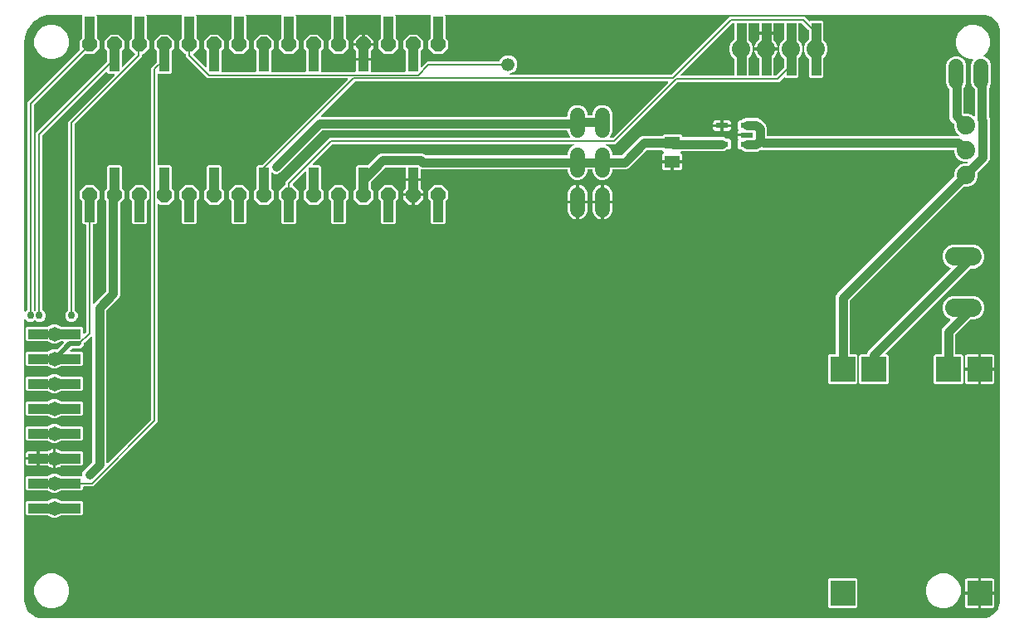
<source format=gbr>
G04 EAGLE Gerber RS-274X export*
G75*
%MOMM*%
%FSLAX34Y34*%
%LPD*%
%INTop Copper*%
%IPPOS*%
%AMOC8*
5,1,8,0,0,1.08239X$1,22.5*%
G01*
%ADD10C,1.524000*%
%ADD11C,1.473200*%
%ADD12R,2.500000X2.500000*%
%ADD13C,1.879600*%
%ADD14P,1.632244X8X112.500000*%
%ADD15P,1.632244X8X292.500000*%
%ADD16R,1.300000X0.550000*%
%ADD17R,1.500000X1.300000*%
%ADD18R,1.000000X2.500000*%
%ADD19C,0.406400*%
%ADD20R,2.000000X1.000000*%
%ADD21R,1.000000X2.000000*%
%ADD22C,1.879600*%
%ADD23R,1.333500X1.333500*%
%ADD24P,0.818720X8X22.500000*%
%ADD25C,0.914400*%
%ADD26C,0.756400*%
%ADD27C,0.152400*%
%ADD28C,0.508000*%
%ADD29C,1.333500*%

G36*
X980022Y2290D02*
X980022Y2290D01*
X980060Y2289D01*
X982712Y2498D01*
X982717Y2499D01*
X982723Y2499D01*
X982887Y2533D01*
X987931Y4172D01*
X987963Y4188D01*
X987998Y4197D01*
X988143Y4280D01*
X992434Y7397D01*
X992460Y7423D01*
X992490Y7442D01*
X992603Y7566D01*
X995720Y11857D01*
X995736Y11888D01*
X995759Y11916D01*
X995828Y12069D01*
X997467Y17113D01*
X997468Y17119D01*
X997471Y17124D01*
X997502Y17288D01*
X997711Y19940D01*
X997709Y19962D01*
X997713Y20000D01*
X997713Y600000D01*
X997710Y600022D01*
X997711Y600060D01*
X997502Y602712D01*
X997501Y602717D01*
X997501Y602723D01*
X997467Y602887D01*
X995828Y607931D01*
X995812Y607963D01*
X995803Y607998D01*
X995720Y608143D01*
X992603Y612434D01*
X992577Y612460D01*
X992558Y612490D01*
X992434Y612603D01*
X988143Y615720D01*
X988121Y615732D01*
X988107Y615744D01*
X988099Y615747D01*
X988084Y615759D01*
X987931Y615828D01*
X982887Y617467D01*
X982881Y617468D01*
X982876Y617471D01*
X982712Y617502D01*
X980060Y617711D01*
X980038Y617709D01*
X980000Y617713D01*
X432288Y617713D01*
X432217Y617702D01*
X432145Y617700D01*
X432096Y617682D01*
X432045Y617674D01*
X431982Y617640D01*
X431914Y617615D01*
X431873Y617583D01*
X431828Y617558D01*
X431778Y617507D01*
X431722Y617462D01*
X431694Y617418D01*
X431658Y617380D01*
X431628Y617315D01*
X431589Y617255D01*
X431576Y617204D01*
X431555Y617157D01*
X431547Y617086D01*
X431529Y617016D01*
X431533Y616964D01*
X431527Y616913D01*
X431543Y616842D01*
X431548Y616771D01*
X431569Y616723D01*
X431580Y616672D01*
X431617Y616611D01*
X431645Y616545D01*
X431689Y616489D01*
X431706Y616461D01*
X431721Y616448D01*
X431721Y594707D01*
X431735Y594617D01*
X431743Y594526D01*
X431755Y594496D01*
X431760Y594464D01*
X431803Y594383D01*
X431839Y594300D01*
X431865Y594267D01*
X431876Y594247D01*
X431899Y594225D01*
X431944Y594169D01*
X434331Y591782D01*
X434331Y583430D01*
X428426Y577525D01*
X420074Y577525D01*
X414169Y583430D01*
X414169Y591782D01*
X416416Y594029D01*
X416462Y594093D01*
X416480Y594111D01*
X416484Y594119D01*
X416529Y594172D01*
X416541Y594202D01*
X416560Y594228D01*
X416587Y594315D01*
X416621Y594400D01*
X416625Y594441D01*
X416632Y594463D01*
X416631Y594496D01*
X416639Y594567D01*
X416639Y616454D01*
X416653Y616472D01*
X416702Y616524D01*
X416724Y616571D01*
X416754Y616613D01*
X416775Y616682D01*
X416805Y616747D01*
X416811Y616799D01*
X416827Y616848D01*
X416825Y616920D01*
X416833Y616991D01*
X416821Y617042D01*
X416820Y617094D01*
X416796Y617162D01*
X416780Y617232D01*
X416754Y617277D01*
X416736Y617325D01*
X416691Y617381D01*
X416654Y617443D01*
X416615Y617477D01*
X416582Y617517D01*
X416522Y617556D01*
X416467Y617603D01*
X416419Y617622D01*
X416375Y617650D01*
X416306Y617668D01*
X416239Y617695D01*
X416168Y617703D01*
X416137Y617711D01*
X416113Y617709D01*
X416072Y617713D01*
X381488Y617713D01*
X381417Y617702D01*
X381345Y617700D01*
X381296Y617682D01*
X381245Y617674D01*
X381182Y617640D01*
X381114Y617615D01*
X381073Y617583D01*
X381028Y617558D01*
X380978Y617507D01*
X380922Y617462D01*
X380894Y617418D01*
X380858Y617380D01*
X380828Y617315D01*
X380789Y617255D01*
X380776Y617204D01*
X380755Y617157D01*
X380747Y617086D01*
X380729Y617016D01*
X380733Y616964D01*
X380727Y616913D01*
X380743Y616842D01*
X380748Y616771D01*
X380769Y616723D01*
X380780Y616672D01*
X380817Y616611D01*
X380845Y616545D01*
X380889Y616489D01*
X380906Y616461D01*
X380921Y616448D01*
X380921Y594707D01*
X380935Y594617D01*
X380943Y594526D01*
X380955Y594496D01*
X380960Y594464D01*
X381003Y594383D01*
X381039Y594300D01*
X381065Y594267D01*
X381076Y594247D01*
X381099Y594225D01*
X381144Y594169D01*
X383531Y591782D01*
X383531Y583430D01*
X377626Y577525D01*
X369274Y577525D01*
X363369Y583430D01*
X363369Y591782D01*
X365616Y594029D01*
X365662Y594093D01*
X365680Y594111D01*
X365684Y594119D01*
X365729Y594172D01*
X365741Y594202D01*
X365760Y594228D01*
X365787Y594315D01*
X365821Y594400D01*
X365825Y594441D01*
X365832Y594463D01*
X365831Y594496D01*
X365839Y594567D01*
X365839Y616454D01*
X365853Y616472D01*
X365902Y616524D01*
X365924Y616571D01*
X365954Y616613D01*
X365975Y616682D01*
X366005Y616747D01*
X366011Y616799D01*
X366027Y616848D01*
X366025Y616920D01*
X366033Y616991D01*
X366021Y617042D01*
X366020Y617094D01*
X365996Y617162D01*
X365980Y617232D01*
X365954Y617277D01*
X365936Y617325D01*
X365891Y617381D01*
X365854Y617443D01*
X365815Y617477D01*
X365782Y617517D01*
X365722Y617556D01*
X365667Y617603D01*
X365619Y617622D01*
X365575Y617650D01*
X365506Y617668D01*
X365439Y617695D01*
X365368Y617703D01*
X365337Y617711D01*
X365313Y617709D01*
X365272Y617713D01*
X330688Y617713D01*
X330617Y617702D01*
X330545Y617700D01*
X330496Y617682D01*
X330445Y617674D01*
X330382Y617640D01*
X330314Y617615D01*
X330273Y617583D01*
X330228Y617558D01*
X330178Y617507D01*
X330122Y617462D01*
X330094Y617418D01*
X330058Y617380D01*
X330028Y617315D01*
X329989Y617255D01*
X329976Y617204D01*
X329955Y617157D01*
X329947Y617086D01*
X329929Y617016D01*
X329933Y616964D01*
X329927Y616913D01*
X329943Y616842D01*
X329948Y616771D01*
X329969Y616723D01*
X329980Y616672D01*
X330017Y616611D01*
X330045Y616545D01*
X330089Y616489D01*
X330106Y616461D01*
X330121Y616448D01*
X330121Y594707D01*
X330135Y594617D01*
X330143Y594526D01*
X330155Y594496D01*
X330160Y594464D01*
X330203Y594383D01*
X330239Y594300D01*
X330265Y594267D01*
X330276Y594247D01*
X330299Y594225D01*
X330344Y594169D01*
X332731Y591782D01*
X332731Y583430D01*
X326826Y577525D01*
X318474Y577525D01*
X312569Y583430D01*
X312569Y591782D01*
X314816Y594029D01*
X314862Y594093D01*
X314880Y594111D01*
X314883Y594119D01*
X314929Y594172D01*
X314941Y594202D01*
X314960Y594228D01*
X314987Y594315D01*
X315021Y594400D01*
X315025Y594441D01*
X315032Y594463D01*
X315031Y594496D01*
X315039Y594567D01*
X315039Y616454D01*
X315053Y616472D01*
X315102Y616524D01*
X315124Y616571D01*
X315154Y616613D01*
X315175Y616682D01*
X315205Y616747D01*
X315211Y616799D01*
X315227Y616848D01*
X315225Y616920D01*
X315233Y616991D01*
X315221Y617042D01*
X315220Y617094D01*
X315196Y617162D01*
X315180Y617232D01*
X315154Y617277D01*
X315136Y617325D01*
X315091Y617381D01*
X315054Y617443D01*
X315015Y617477D01*
X314982Y617517D01*
X314922Y617556D01*
X314867Y617603D01*
X314819Y617622D01*
X314775Y617650D01*
X314706Y617668D01*
X314639Y617695D01*
X314568Y617703D01*
X314537Y617711D01*
X314513Y617709D01*
X314472Y617713D01*
X279888Y617713D01*
X279817Y617702D01*
X279745Y617700D01*
X279696Y617682D01*
X279645Y617674D01*
X279582Y617640D01*
X279514Y617615D01*
X279473Y617583D01*
X279428Y617558D01*
X279378Y617507D01*
X279322Y617462D01*
X279294Y617418D01*
X279258Y617380D01*
X279228Y617315D01*
X279189Y617255D01*
X279176Y617204D01*
X279155Y617157D01*
X279147Y617086D01*
X279129Y617016D01*
X279133Y616964D01*
X279127Y616913D01*
X279143Y616842D01*
X279148Y616771D01*
X279169Y616723D01*
X279180Y616672D01*
X279217Y616611D01*
X279245Y616545D01*
X279289Y616489D01*
X279306Y616461D01*
X279321Y616448D01*
X279321Y594707D01*
X279335Y594617D01*
X279343Y594526D01*
X279355Y594496D01*
X279360Y594464D01*
X279403Y594383D01*
X279439Y594300D01*
X279465Y594267D01*
X279476Y594247D01*
X279499Y594225D01*
X279544Y594169D01*
X281931Y591782D01*
X281931Y583430D01*
X276026Y577525D01*
X267674Y577525D01*
X261769Y583430D01*
X261769Y591782D01*
X264016Y594029D01*
X264062Y594093D01*
X264080Y594111D01*
X264083Y594119D01*
X264129Y594172D01*
X264141Y594202D01*
X264160Y594228D01*
X264187Y594315D01*
X264221Y594400D01*
X264225Y594441D01*
X264232Y594463D01*
X264231Y594496D01*
X264239Y594567D01*
X264239Y616454D01*
X264253Y616472D01*
X264302Y616524D01*
X264324Y616571D01*
X264354Y616613D01*
X264375Y616682D01*
X264405Y616747D01*
X264411Y616799D01*
X264427Y616848D01*
X264425Y616920D01*
X264433Y616991D01*
X264421Y617042D01*
X264420Y617094D01*
X264396Y617162D01*
X264380Y617232D01*
X264354Y617277D01*
X264336Y617325D01*
X264291Y617381D01*
X264254Y617443D01*
X264215Y617477D01*
X264182Y617517D01*
X264122Y617556D01*
X264067Y617603D01*
X264019Y617622D01*
X263975Y617650D01*
X263906Y617668D01*
X263839Y617695D01*
X263768Y617703D01*
X263737Y617711D01*
X263713Y617709D01*
X263672Y617713D01*
X229088Y617713D01*
X229017Y617702D01*
X228945Y617700D01*
X228896Y617682D01*
X228845Y617674D01*
X228782Y617640D01*
X228714Y617615D01*
X228673Y617583D01*
X228628Y617558D01*
X228578Y617507D01*
X228522Y617462D01*
X228494Y617418D01*
X228458Y617380D01*
X228428Y617315D01*
X228389Y617255D01*
X228376Y617204D01*
X228355Y617157D01*
X228347Y617086D01*
X228329Y617016D01*
X228333Y616964D01*
X228327Y616913D01*
X228343Y616842D01*
X228348Y616771D01*
X228369Y616723D01*
X228380Y616672D01*
X228417Y616611D01*
X228445Y616545D01*
X228489Y616489D01*
X228506Y616461D01*
X228521Y616448D01*
X228521Y594707D01*
X228535Y594617D01*
X228543Y594526D01*
X228555Y594496D01*
X228560Y594464D01*
X228603Y594383D01*
X228639Y594300D01*
X228665Y594267D01*
X228676Y594247D01*
X228699Y594225D01*
X228744Y594169D01*
X231131Y591782D01*
X231131Y583430D01*
X225226Y577525D01*
X216874Y577525D01*
X210969Y583430D01*
X210969Y591782D01*
X213216Y594029D01*
X213262Y594093D01*
X213280Y594111D01*
X213283Y594119D01*
X213329Y594172D01*
X213341Y594202D01*
X213360Y594228D01*
X213387Y594315D01*
X213421Y594400D01*
X213425Y594441D01*
X213432Y594463D01*
X213431Y594496D01*
X213439Y594567D01*
X213439Y616454D01*
X213453Y616472D01*
X213502Y616524D01*
X213524Y616571D01*
X213554Y616613D01*
X213575Y616682D01*
X213605Y616747D01*
X213611Y616799D01*
X213627Y616848D01*
X213625Y616920D01*
X213633Y616991D01*
X213621Y617042D01*
X213620Y617094D01*
X213596Y617162D01*
X213580Y617232D01*
X213554Y617277D01*
X213536Y617325D01*
X213491Y617381D01*
X213454Y617443D01*
X213415Y617477D01*
X213382Y617517D01*
X213322Y617556D01*
X213267Y617603D01*
X213219Y617622D01*
X213175Y617650D01*
X213106Y617668D01*
X213039Y617695D01*
X212968Y617703D01*
X212937Y617711D01*
X212913Y617709D01*
X212872Y617713D01*
X178288Y617713D01*
X178217Y617702D01*
X178145Y617700D01*
X178096Y617682D01*
X178045Y617674D01*
X177982Y617640D01*
X177914Y617615D01*
X177873Y617583D01*
X177828Y617558D01*
X177778Y617507D01*
X177722Y617462D01*
X177694Y617418D01*
X177658Y617380D01*
X177628Y617315D01*
X177589Y617255D01*
X177576Y617204D01*
X177555Y617157D01*
X177547Y617086D01*
X177529Y617016D01*
X177533Y616964D01*
X177527Y616913D01*
X177543Y616842D01*
X177548Y616771D01*
X177569Y616723D01*
X177580Y616672D01*
X177617Y616611D01*
X177645Y616545D01*
X177689Y616489D01*
X177706Y616461D01*
X177721Y616448D01*
X177721Y594707D01*
X177735Y594617D01*
X177743Y594526D01*
X177755Y594496D01*
X177760Y594464D01*
X177803Y594383D01*
X177839Y594300D01*
X177865Y594267D01*
X177876Y594247D01*
X177899Y594225D01*
X177944Y594169D01*
X180331Y591782D01*
X180331Y583430D01*
X174704Y577804D01*
X174692Y577787D01*
X174677Y577775D01*
X174621Y577688D01*
X174560Y577604D01*
X174554Y577585D01*
X174544Y577568D01*
X174518Y577468D01*
X174488Y577369D01*
X174488Y577349D01*
X174484Y577329D01*
X174492Y577226D01*
X174494Y577123D01*
X174501Y577104D01*
X174503Y577084D01*
X174543Y576989D01*
X174579Y576892D01*
X174591Y576876D01*
X174599Y576858D01*
X174704Y576727D01*
X186740Y564691D01*
X186798Y564649D01*
X186850Y564600D01*
X186897Y564578D01*
X186939Y564547D01*
X187008Y564526D01*
X187073Y564496D01*
X187125Y564490D01*
X187175Y564475D01*
X187246Y564477D01*
X187317Y564469D01*
X187368Y564480D01*
X187420Y564481D01*
X187488Y564506D01*
X187558Y564521D01*
X187602Y564548D01*
X187651Y564566D01*
X187707Y564611D01*
X187769Y564648D01*
X187803Y564687D01*
X187843Y564720D01*
X187882Y564780D01*
X187929Y564834D01*
X187948Y564883D01*
X187976Y564927D01*
X187994Y564996D01*
X188021Y565063D01*
X188029Y565134D01*
X188037Y565165D01*
X188035Y565188D01*
X188039Y565229D01*
X188039Y580645D01*
X188025Y580735D01*
X188017Y580826D01*
X188005Y580856D01*
X188000Y580888D01*
X187957Y580969D01*
X187921Y581052D01*
X187895Y581085D01*
X187884Y581105D01*
X187861Y581127D01*
X187816Y581183D01*
X185569Y583430D01*
X185569Y591782D01*
X191474Y597687D01*
X199826Y597687D01*
X205731Y591782D01*
X205731Y583430D01*
X203344Y581043D01*
X203291Y580969D01*
X203231Y580900D01*
X203219Y580870D01*
X203200Y580844D01*
X203173Y580757D01*
X203139Y580672D01*
X203135Y580631D01*
X203128Y580609D01*
X203129Y580576D01*
X203121Y580505D01*
X203121Y560324D01*
X203124Y560304D01*
X203122Y560285D01*
X203144Y560183D01*
X203160Y560081D01*
X203170Y560064D01*
X203174Y560044D01*
X203227Y559955D01*
X203276Y559864D01*
X203290Y559850D01*
X203300Y559833D01*
X203379Y559766D01*
X203454Y559694D01*
X203472Y559686D01*
X203487Y559673D01*
X203583Y559634D01*
X203677Y559591D01*
X203697Y559589D01*
X203715Y559581D01*
X203882Y559563D01*
X238078Y559563D01*
X238098Y559566D01*
X238117Y559564D01*
X238219Y559586D01*
X238321Y559602D01*
X238338Y559612D01*
X238358Y559616D01*
X238447Y559669D01*
X238538Y559718D01*
X238552Y559732D01*
X238569Y559742D01*
X238636Y559821D01*
X238708Y559896D01*
X238716Y559914D01*
X238729Y559929D01*
X238768Y560025D01*
X238811Y560119D01*
X238813Y560139D01*
X238821Y560157D01*
X238839Y560324D01*
X238839Y580645D01*
X238825Y580735D01*
X238817Y580826D01*
X238805Y580856D01*
X238800Y580888D01*
X238757Y580969D01*
X238721Y581052D01*
X238695Y581085D01*
X238684Y581105D01*
X238661Y581127D01*
X238616Y581183D01*
X236369Y583430D01*
X236369Y591782D01*
X242274Y597687D01*
X250626Y597687D01*
X256531Y591782D01*
X256531Y583430D01*
X254144Y581043D01*
X254091Y580969D01*
X254031Y580900D01*
X254019Y580870D01*
X254000Y580844D01*
X253973Y580757D01*
X253939Y580672D01*
X253935Y580631D01*
X253928Y580609D01*
X253929Y580576D01*
X253921Y580505D01*
X253921Y560324D01*
X253924Y560304D01*
X253922Y560285D01*
X253944Y560183D01*
X253960Y560081D01*
X253970Y560064D01*
X253974Y560044D01*
X254027Y559955D01*
X254076Y559864D01*
X254090Y559850D01*
X254100Y559833D01*
X254179Y559766D01*
X254254Y559694D01*
X254272Y559686D01*
X254287Y559673D01*
X254383Y559634D01*
X254477Y559591D01*
X254497Y559589D01*
X254515Y559581D01*
X254682Y559563D01*
X288878Y559563D01*
X288898Y559566D01*
X288917Y559564D01*
X289019Y559586D01*
X289121Y559602D01*
X289138Y559612D01*
X289158Y559616D01*
X289247Y559669D01*
X289338Y559718D01*
X289352Y559732D01*
X289369Y559742D01*
X289436Y559821D01*
X289508Y559896D01*
X289516Y559914D01*
X289529Y559929D01*
X289568Y560025D01*
X289611Y560119D01*
X289613Y560139D01*
X289621Y560157D01*
X289639Y560324D01*
X289639Y580645D01*
X289625Y580735D01*
X289617Y580826D01*
X289605Y580856D01*
X289600Y580888D01*
X289557Y580969D01*
X289521Y581052D01*
X289495Y581085D01*
X289484Y581105D01*
X289461Y581127D01*
X289416Y581183D01*
X287169Y583430D01*
X287169Y591782D01*
X293074Y597687D01*
X301426Y597687D01*
X307331Y591782D01*
X307331Y583430D01*
X304944Y581043D01*
X304891Y580969D01*
X304831Y580900D01*
X304819Y580870D01*
X304800Y580844D01*
X304773Y580757D01*
X304739Y580672D01*
X304735Y580631D01*
X304728Y580609D01*
X304729Y580576D01*
X304721Y580505D01*
X304721Y560324D01*
X304724Y560304D01*
X304722Y560285D01*
X304744Y560183D01*
X304760Y560081D01*
X304770Y560064D01*
X304774Y560044D01*
X304827Y559955D01*
X304876Y559864D01*
X304890Y559850D01*
X304900Y559833D01*
X304979Y559766D01*
X305054Y559694D01*
X305072Y559686D01*
X305087Y559673D01*
X305183Y559634D01*
X305277Y559591D01*
X305297Y559589D01*
X305315Y559581D01*
X305482Y559563D01*
X339678Y559563D01*
X339698Y559566D01*
X339717Y559564D01*
X339819Y559586D01*
X339921Y559602D01*
X339938Y559612D01*
X339958Y559616D01*
X340047Y559669D01*
X340138Y559718D01*
X340152Y559732D01*
X340169Y559742D01*
X340236Y559821D01*
X340308Y559896D01*
X340316Y559914D01*
X340329Y559929D01*
X340368Y560025D01*
X340411Y560119D01*
X340413Y560139D01*
X340421Y560157D01*
X340439Y560324D01*
X340439Y570967D01*
X347218Y570967D01*
X347238Y570970D01*
X347257Y570968D01*
X347359Y570990D01*
X347461Y571007D01*
X347478Y571016D01*
X347498Y571020D01*
X347587Y571073D01*
X347678Y571122D01*
X347692Y571136D01*
X347709Y571146D01*
X347776Y571225D01*
X347847Y571300D01*
X347856Y571318D01*
X347869Y571333D01*
X347908Y571429D01*
X347951Y571523D01*
X347953Y571543D01*
X347961Y571561D01*
X347979Y571728D01*
X347979Y572491D01*
X347981Y572491D01*
X347981Y571728D01*
X347984Y571708D01*
X347982Y571689D01*
X348004Y571587D01*
X348021Y571485D01*
X348030Y571468D01*
X348034Y571448D01*
X348087Y571359D01*
X348136Y571268D01*
X348150Y571254D01*
X348160Y571237D01*
X348239Y571170D01*
X348314Y571099D01*
X348332Y571090D01*
X348347Y571077D01*
X348443Y571038D01*
X348537Y570995D01*
X348557Y570993D01*
X348575Y570985D01*
X348742Y570967D01*
X355521Y570967D01*
X355521Y560324D01*
X355524Y560304D01*
X355522Y560285D01*
X355544Y560183D01*
X355560Y560081D01*
X355570Y560064D01*
X355574Y560044D01*
X355627Y559955D01*
X355676Y559864D01*
X355690Y559850D01*
X355700Y559833D01*
X355779Y559766D01*
X355854Y559694D01*
X355872Y559686D01*
X355887Y559673D01*
X355983Y559634D01*
X356077Y559591D01*
X356097Y559589D01*
X356115Y559581D01*
X356282Y559563D01*
X390478Y559563D01*
X390498Y559566D01*
X390517Y559564D01*
X390619Y559586D01*
X390721Y559602D01*
X390738Y559612D01*
X390758Y559616D01*
X390847Y559669D01*
X390938Y559718D01*
X390952Y559732D01*
X390969Y559742D01*
X391036Y559821D01*
X391108Y559896D01*
X391116Y559914D01*
X391129Y559929D01*
X391168Y560025D01*
X391211Y560119D01*
X391213Y560139D01*
X391221Y560157D01*
X391239Y560324D01*
X391239Y580645D01*
X391225Y580735D01*
X391217Y580826D01*
X391205Y580856D01*
X391200Y580888D01*
X391157Y580969D01*
X391121Y581052D01*
X391095Y581085D01*
X391084Y581105D01*
X391061Y581127D01*
X391016Y581183D01*
X388769Y583430D01*
X388769Y591782D01*
X394674Y597687D01*
X403026Y597687D01*
X408931Y591782D01*
X408931Y583430D01*
X406544Y581043D01*
X406491Y580969D01*
X406431Y580900D01*
X406419Y580870D01*
X406400Y580844D01*
X406373Y580757D01*
X406339Y580672D01*
X406335Y580631D01*
X406328Y580609D01*
X406329Y580576D01*
X406321Y580505D01*
X406321Y565229D01*
X406332Y565159D01*
X406334Y565087D01*
X406352Y565038D01*
X406360Y564987D01*
X406394Y564923D01*
X406419Y564856D01*
X406451Y564815D01*
X406476Y564769D01*
X406528Y564720D01*
X406572Y564664D01*
X406616Y564636D01*
X406654Y564600D01*
X406719Y564570D01*
X406779Y564531D01*
X406830Y564518D01*
X406877Y564496D01*
X406948Y564488D01*
X407018Y564471D01*
X407070Y564475D01*
X407121Y564469D01*
X407192Y564484D01*
X407263Y564490D01*
X407311Y564510D01*
X407362Y564521D01*
X407423Y564558D01*
X407489Y564586D01*
X407545Y564631D01*
X407573Y564648D01*
X407588Y564665D01*
X407620Y564691D01*
X413160Y570231D01*
X486648Y570231D01*
X486763Y570250D01*
X486879Y570267D01*
X486885Y570269D01*
X486891Y570270D01*
X486993Y570325D01*
X487098Y570378D01*
X487103Y570383D01*
X487108Y570386D01*
X487188Y570470D01*
X487271Y570554D01*
X487274Y570560D01*
X487278Y570564D01*
X487285Y570581D01*
X487351Y570701D01*
X488054Y572396D01*
X490644Y574986D01*
X494028Y576388D01*
X497692Y576388D01*
X501076Y574986D01*
X503666Y572396D01*
X505068Y569012D01*
X505068Y565348D01*
X503666Y561964D01*
X501076Y559374D01*
X497710Y557979D01*
X497627Y557928D01*
X497541Y557882D01*
X497523Y557864D01*
X497501Y557850D01*
X497438Y557774D01*
X497372Y557704D01*
X497361Y557680D01*
X497344Y557660D01*
X497309Y557569D01*
X497268Y557481D01*
X497265Y557455D01*
X497256Y557431D01*
X497252Y557333D01*
X497241Y557237D01*
X497246Y557211D01*
X497245Y557185D01*
X497272Y557091D01*
X497293Y556996D01*
X497307Y556974D01*
X497314Y556949D01*
X497369Y556869D01*
X497419Y556785D01*
X497439Y556768D01*
X497454Y556747D01*
X497532Y556688D01*
X497606Y556625D01*
X497630Y556615D01*
X497651Y556600D01*
X497744Y556570D01*
X497834Y556533D01*
X497867Y556530D01*
X497885Y556524D01*
X497918Y556524D01*
X498001Y556515D01*
X662019Y556515D01*
X662109Y556529D01*
X662200Y556537D01*
X662229Y556549D01*
X662261Y556554D01*
X662342Y556597D01*
X662426Y556633D01*
X662458Y556659D01*
X662479Y556670D01*
X662501Y556693D01*
X662557Y556738D01*
X721770Y615951D01*
X798070Y615951D01*
X802611Y611410D01*
X802627Y611399D01*
X802639Y611383D01*
X802726Y611327D01*
X802810Y611267D01*
X802829Y611261D01*
X802846Y611250D01*
X802947Y611225D01*
X803045Y611194D01*
X803065Y611195D01*
X803085Y611190D01*
X803188Y611198D01*
X803291Y611201D01*
X803310Y611208D01*
X803330Y611209D01*
X803425Y611250D01*
X803522Y611285D01*
X803538Y611298D01*
X803556Y611305D01*
X803687Y611410D01*
X804058Y611781D01*
X816162Y611781D01*
X817651Y610292D01*
X817651Y592149D01*
X817665Y592058D01*
X817673Y591968D01*
X817685Y591938D01*
X817690Y591906D01*
X817733Y591825D01*
X817769Y591741D01*
X817795Y591709D01*
X817806Y591688D01*
X817829Y591666D01*
X817874Y591610D01*
X819841Y589643D01*
X821659Y585255D01*
X821659Y580505D01*
X819841Y576117D01*
X817874Y574150D01*
X817821Y574076D01*
X817761Y574006D01*
X817749Y573976D01*
X817730Y573950D01*
X817703Y573863D01*
X817669Y573778D01*
X817665Y573737D01*
X817658Y573715D01*
X817659Y573683D01*
X817651Y573611D01*
X817651Y555188D01*
X816162Y553699D01*
X804058Y553699D01*
X802569Y555188D01*
X802569Y572831D01*
X802555Y572922D01*
X802547Y573012D01*
X802535Y573042D01*
X802530Y573074D01*
X802487Y573155D01*
X802451Y573239D01*
X802425Y573271D01*
X802414Y573292D01*
X802391Y573314D01*
X802346Y573370D01*
X799599Y576117D01*
X797781Y580505D01*
X797781Y585255D01*
X799599Y589643D01*
X802346Y592390D01*
X802399Y592464D01*
X802459Y592534D01*
X802471Y592564D01*
X802490Y592590D01*
X802517Y592677D01*
X802551Y592762D01*
X802555Y592803D01*
X802562Y592825D01*
X802561Y592857D01*
X802569Y592929D01*
X802569Y601795D01*
X802555Y601885D01*
X802547Y601976D01*
X802535Y602005D01*
X802530Y602037D01*
X802487Y602118D01*
X802451Y602202D01*
X802425Y602234D01*
X802414Y602255D01*
X802391Y602277D01*
X802346Y602333D01*
X795557Y609122D01*
X795483Y609175D01*
X795414Y609235D01*
X795383Y609247D01*
X795357Y609266D01*
X795270Y609293D01*
X795185Y609327D01*
X795144Y609331D01*
X795122Y609338D01*
X795090Y609337D01*
X795019Y609345D01*
X793012Y609345D01*
X792992Y609342D01*
X792973Y609344D01*
X792871Y609322D01*
X792769Y609306D01*
X792752Y609296D01*
X792732Y609292D01*
X792643Y609239D01*
X792552Y609190D01*
X792538Y609176D01*
X792521Y609166D01*
X792454Y609087D01*
X792382Y609012D01*
X792374Y608994D01*
X792361Y608979D01*
X792322Y608883D01*
X792279Y608789D01*
X792277Y608769D01*
X792269Y608751D01*
X792251Y608584D01*
X792251Y592149D01*
X792265Y592058D01*
X792273Y591968D01*
X792285Y591938D01*
X792290Y591906D01*
X792333Y591825D01*
X792369Y591741D01*
X792395Y591709D01*
X792406Y591688D01*
X792429Y591666D01*
X792474Y591610D01*
X794441Y589643D01*
X796259Y585255D01*
X796259Y580505D01*
X794441Y576117D01*
X792474Y574150D01*
X792421Y574076D01*
X792361Y574006D01*
X792349Y573976D01*
X792330Y573950D01*
X792303Y573863D01*
X792269Y573778D01*
X792265Y573737D01*
X792258Y573715D01*
X792259Y573683D01*
X792251Y573611D01*
X792251Y555188D01*
X790762Y553699D01*
X778658Y553699D01*
X778287Y554070D01*
X778271Y554081D01*
X778258Y554097D01*
X778171Y554153D01*
X778087Y554213D01*
X778068Y554219D01*
X778052Y554230D01*
X777951Y554255D01*
X777852Y554286D01*
X777832Y554285D01*
X777813Y554290D01*
X777710Y554282D01*
X777606Y554279D01*
X777588Y554272D01*
X777568Y554271D01*
X777473Y554230D01*
X777375Y554195D01*
X777360Y554182D01*
X777342Y554175D01*
X777211Y554070D01*
X772288Y549147D01*
X669195Y549147D01*
X669105Y549133D01*
X669014Y549125D01*
X668985Y549113D01*
X668953Y549108D01*
X668872Y549065D01*
X668788Y549029D01*
X668756Y549003D01*
X668735Y548992D01*
X668713Y548969D01*
X668657Y548924D01*
X605634Y485901D01*
X595972Y485901D01*
X595876Y485886D01*
X595779Y485876D01*
X595755Y485866D01*
X595729Y485862D01*
X595643Y485816D01*
X595554Y485776D01*
X595535Y485759D01*
X595512Y485746D01*
X595445Y485676D01*
X595373Y485610D01*
X595361Y485587D01*
X595343Y485568D01*
X595302Y485480D01*
X595255Y485394D01*
X595250Y485369D01*
X595239Y485345D01*
X595228Y485248D01*
X595211Y485152D01*
X595215Y485126D01*
X595212Y485101D01*
X595232Y485005D01*
X595247Y484909D01*
X595258Y484886D01*
X595264Y484860D01*
X595314Y484777D01*
X595358Y484690D01*
X595377Y484671D01*
X595390Y484649D01*
X595464Y484586D01*
X595534Y484518D01*
X595562Y484502D01*
X595577Y484489D01*
X595608Y484477D01*
X595681Y484437D01*
X597716Y483594D01*
X600574Y480736D01*
X602121Y477001D01*
X602121Y475234D01*
X602124Y475214D01*
X602122Y475195D01*
X602144Y475093D01*
X602160Y474991D01*
X602170Y474974D01*
X602174Y474954D01*
X602227Y474865D01*
X602276Y474774D01*
X602290Y474760D01*
X602300Y474743D01*
X602379Y474676D01*
X602454Y474604D01*
X602472Y474596D01*
X602487Y474583D01*
X602583Y474544D01*
X602677Y474501D01*
X602697Y474499D01*
X602715Y474491D01*
X602882Y474473D01*
X611418Y474473D01*
X611509Y474487D01*
X611599Y474495D01*
X611629Y474507D01*
X611661Y474512D01*
X611742Y474555D01*
X611826Y474591D01*
X611858Y474617D01*
X611879Y474628D01*
X611901Y474651D01*
X611957Y474696D01*
X630311Y493050D01*
X632925Y494133D01*
X652284Y494133D01*
X652374Y494147D01*
X652465Y494155D01*
X652495Y494167D01*
X652527Y494172D01*
X652608Y494215D01*
X652692Y494251D01*
X652724Y494277D01*
X652744Y494288D01*
X652767Y494311D01*
X652823Y494356D01*
X654528Y496061D01*
X671632Y496061D01*
X673121Y494572D01*
X673121Y493674D01*
X673124Y493654D01*
X673122Y493635D01*
X673144Y493533D01*
X673160Y493431D01*
X673170Y493414D01*
X673174Y493394D01*
X673227Y493305D01*
X673276Y493214D01*
X673290Y493200D01*
X673300Y493183D01*
X673379Y493116D01*
X673454Y493044D01*
X673472Y493036D01*
X673487Y493023D01*
X673583Y492984D01*
X673677Y492941D01*
X673697Y492939D01*
X673715Y492931D01*
X673882Y492913D01*
X715495Y492913D01*
X718109Y491830D01*
X718625Y491314D01*
X718699Y491260D01*
X718769Y491201D01*
X718799Y491189D01*
X718825Y491170D01*
X718912Y491143D01*
X718997Y491109D01*
X719038Y491105D01*
X719060Y491098D01*
X719092Y491099D01*
X719163Y491091D01*
X721632Y491091D01*
X723121Y489602D01*
X723121Y481998D01*
X721632Y480509D01*
X719163Y480509D01*
X719073Y480495D01*
X718982Y480487D01*
X718953Y480475D01*
X718921Y480470D01*
X718840Y480427D01*
X718756Y480391D01*
X718724Y480365D01*
X718703Y480354D01*
X718681Y480331D01*
X718625Y480286D01*
X718109Y479770D01*
X715495Y478687D01*
X672656Y478687D01*
X672566Y478673D01*
X672475Y478665D01*
X672445Y478653D01*
X672413Y478648D01*
X672332Y478605D01*
X672248Y478569D01*
X672216Y478543D01*
X672196Y478532D01*
X672173Y478509D01*
X672117Y478464D01*
X671616Y477962D01*
X671546Y477866D01*
X671476Y477770D01*
X671474Y477766D01*
X671472Y477763D01*
X671437Y477649D01*
X671401Y477536D01*
X671401Y477532D01*
X671400Y477528D01*
X671403Y477409D01*
X671405Y477290D01*
X671406Y477286D01*
X671406Y477282D01*
X671447Y477169D01*
X671486Y477058D01*
X671489Y477055D01*
X671490Y477051D01*
X671566Y476957D01*
X671638Y476864D01*
X671642Y476861D01*
X671644Y476859D01*
X671656Y476851D01*
X671773Y476765D01*
X672140Y476553D01*
X672613Y476080D01*
X672948Y475501D01*
X673121Y474854D01*
X673121Y469543D01*
X663842Y469543D01*
X663822Y469540D01*
X663803Y469542D01*
X663701Y469520D01*
X663599Y469503D01*
X663582Y469494D01*
X663562Y469490D01*
X663473Y469437D01*
X663382Y469388D01*
X663368Y469374D01*
X663351Y469364D01*
X663284Y469285D01*
X663213Y469210D01*
X663204Y469192D01*
X663191Y469177D01*
X663152Y469081D01*
X663109Y468987D01*
X663107Y468967D01*
X663099Y468949D01*
X663081Y468782D01*
X663081Y468019D01*
X663079Y468019D01*
X663079Y468782D01*
X663076Y468802D01*
X663078Y468821D01*
X663056Y468923D01*
X663039Y469025D01*
X663030Y469042D01*
X663026Y469062D01*
X662973Y469151D01*
X662924Y469242D01*
X662910Y469256D01*
X662900Y469273D01*
X662821Y469340D01*
X662746Y469411D01*
X662728Y469420D01*
X662713Y469433D01*
X662617Y469472D01*
X662523Y469515D01*
X662503Y469517D01*
X662485Y469525D01*
X662318Y469543D01*
X653039Y469543D01*
X653039Y474854D01*
X653212Y475501D01*
X653547Y476080D01*
X654020Y476553D01*
X654387Y476765D01*
X654478Y476840D01*
X654572Y476914D01*
X654574Y476918D01*
X654577Y476921D01*
X654640Y477021D01*
X654705Y477121D01*
X654706Y477125D01*
X654708Y477129D01*
X654736Y477245D01*
X654765Y477360D01*
X654764Y477364D01*
X654765Y477368D01*
X654755Y477488D01*
X654746Y477605D01*
X654744Y477609D01*
X654744Y477613D01*
X654695Y477724D01*
X654649Y477831D01*
X654646Y477835D01*
X654645Y477838D01*
X654635Y477849D01*
X654544Y477962D01*
X652823Y479684D01*
X652749Y479737D01*
X652679Y479797D01*
X652649Y479809D01*
X652623Y479828D01*
X652536Y479855D01*
X652451Y479889D01*
X652410Y479893D01*
X652388Y479900D01*
X652356Y479899D01*
X652284Y479907D01*
X637602Y479907D01*
X637511Y479893D01*
X637421Y479885D01*
X637391Y479873D01*
X637359Y479868D01*
X637278Y479825D01*
X637194Y479789D01*
X637162Y479763D01*
X637141Y479752D01*
X637119Y479729D01*
X637063Y479684D01*
X618709Y461330D01*
X616095Y460247D01*
X602882Y460247D01*
X602862Y460244D01*
X602843Y460246D01*
X602741Y460224D01*
X602639Y460208D01*
X602622Y460198D01*
X602602Y460194D01*
X602513Y460141D01*
X602422Y460092D01*
X602408Y460078D01*
X602391Y460068D01*
X602324Y459989D01*
X602252Y459914D01*
X602244Y459896D01*
X602231Y459881D01*
X602192Y459785D01*
X602149Y459691D01*
X602147Y459671D01*
X602139Y459653D01*
X602121Y459486D01*
X602121Y457719D01*
X600574Y453984D01*
X597716Y451126D01*
X593981Y449579D01*
X589939Y449579D01*
X586204Y451126D01*
X583346Y453984D01*
X581799Y457719D01*
X581799Y459486D01*
X581796Y459506D01*
X581798Y459525D01*
X581776Y459627D01*
X581760Y459729D01*
X581750Y459746D01*
X581746Y459766D01*
X581693Y459855D01*
X581644Y459946D01*
X581630Y459960D01*
X581620Y459977D01*
X581541Y460044D01*
X581466Y460116D01*
X581448Y460124D01*
X581433Y460137D01*
X581337Y460176D01*
X581243Y460219D01*
X581223Y460221D01*
X581205Y460229D01*
X581038Y460247D01*
X577482Y460247D01*
X577462Y460244D01*
X577443Y460246D01*
X577341Y460224D01*
X577239Y460208D01*
X577222Y460198D01*
X577202Y460194D01*
X577113Y460141D01*
X577022Y460092D01*
X577008Y460078D01*
X576991Y460068D01*
X576924Y459989D01*
X576852Y459914D01*
X576844Y459896D01*
X576831Y459881D01*
X576792Y459785D01*
X576749Y459691D01*
X576747Y459671D01*
X576739Y459653D01*
X576721Y459486D01*
X576721Y457719D01*
X575174Y453984D01*
X572316Y451126D01*
X568581Y449579D01*
X564539Y449579D01*
X560804Y451126D01*
X557946Y453984D01*
X556399Y457719D01*
X556399Y459486D01*
X556396Y459506D01*
X556398Y459525D01*
X556376Y459627D01*
X556360Y459729D01*
X556350Y459746D01*
X556346Y459766D01*
X556293Y459855D01*
X556244Y459946D01*
X556230Y459960D01*
X556220Y459977D01*
X556141Y460044D01*
X556066Y460116D01*
X556048Y460124D01*
X556033Y460137D01*
X555937Y460176D01*
X555843Y460219D01*
X555823Y460221D01*
X555805Y460229D01*
X555638Y460247D01*
X407082Y460247D01*
X407062Y460244D01*
X407043Y460246D01*
X406941Y460224D01*
X406839Y460208D01*
X406822Y460198D01*
X406802Y460194D01*
X406713Y460141D01*
X406622Y460092D01*
X406608Y460078D01*
X406591Y460068D01*
X406524Y459989D01*
X406452Y459914D01*
X406444Y459896D01*
X406431Y459881D01*
X406392Y459785D01*
X406349Y459691D01*
X406347Y459671D01*
X406339Y459653D01*
X406321Y459486D01*
X406321Y450997D01*
X399542Y450997D01*
X399522Y450994D01*
X399503Y450996D01*
X399401Y450974D01*
X399299Y450957D01*
X399282Y450948D01*
X399262Y450944D01*
X399173Y450891D01*
X399082Y450842D01*
X399068Y450828D01*
X399051Y450818D01*
X398984Y450739D01*
X398913Y450664D01*
X398904Y450646D01*
X398891Y450631D01*
X398852Y450535D01*
X398809Y450441D01*
X398807Y450421D01*
X398799Y450403D01*
X398781Y450236D01*
X398781Y449473D01*
X398779Y449473D01*
X398779Y450236D01*
X398776Y450256D01*
X398778Y450275D01*
X398756Y450377D01*
X398739Y450479D01*
X398730Y450496D01*
X398726Y450516D01*
X398673Y450605D01*
X398624Y450696D01*
X398610Y450710D01*
X398600Y450727D01*
X398521Y450794D01*
X398446Y450865D01*
X398428Y450874D01*
X398413Y450887D01*
X398317Y450926D01*
X398223Y450969D01*
X398203Y450971D01*
X398185Y450979D01*
X398018Y450997D01*
X391239Y450997D01*
X391239Y461212D01*
X391236Y461232D01*
X391238Y461251D01*
X391216Y461353D01*
X391200Y461455D01*
X391190Y461472D01*
X391186Y461492D01*
X391133Y461581D01*
X391084Y461672D01*
X391070Y461686D01*
X391060Y461703D01*
X390981Y461770D01*
X390906Y461842D01*
X390888Y461850D01*
X390873Y461863D01*
X390777Y461902D01*
X390683Y461945D01*
X390663Y461947D01*
X390645Y461955D01*
X390478Y461973D01*
X370854Y461973D01*
X370763Y461959D01*
X370673Y461951D01*
X370643Y461939D01*
X370611Y461934D01*
X370530Y461891D01*
X370446Y461855D01*
X370414Y461829D01*
X370393Y461818D01*
X370371Y461795D01*
X370315Y461750D01*
X355744Y447179D01*
X355691Y447105D01*
X355631Y447035D01*
X355619Y447005D01*
X355600Y446979D01*
X355573Y446892D01*
X355539Y446807D01*
X355535Y446766D01*
X355528Y446744D01*
X355529Y446712D01*
X355521Y446640D01*
X355521Y441291D01*
X355535Y441201D01*
X355543Y441110D01*
X355555Y441080D01*
X355560Y441048D01*
X355603Y440967D01*
X355639Y440884D01*
X355665Y440851D01*
X355676Y440831D01*
X355699Y440809D01*
X355744Y440753D01*
X358131Y438366D01*
X358131Y430014D01*
X352226Y424109D01*
X343874Y424109D01*
X337969Y430014D01*
X337969Y438366D01*
X340216Y440613D01*
X340269Y440687D01*
X340329Y440756D01*
X340341Y440786D01*
X340360Y440812D01*
X340387Y440899D01*
X340421Y440984D01*
X340425Y441025D01*
X340432Y441047D01*
X340431Y441080D01*
X340439Y441151D01*
X340439Y463026D01*
X341928Y464515D01*
X352646Y464515D01*
X352737Y464529D01*
X352827Y464537D01*
X352857Y464549D01*
X352889Y464554D01*
X352970Y464597D01*
X353054Y464633D01*
X353086Y464659D01*
X353107Y464670D01*
X353129Y464693D01*
X353185Y464738D01*
X363563Y475116D01*
X366177Y476199D01*
X408141Y476199D01*
X410755Y475116D01*
X411175Y474696D01*
X411249Y474643D01*
X411319Y474583D01*
X411349Y474571D01*
X411375Y474552D01*
X411462Y474525D01*
X411547Y474491D01*
X411588Y474487D01*
X411610Y474480D01*
X411642Y474481D01*
X411713Y474473D01*
X555638Y474473D01*
X555658Y474476D01*
X555677Y474474D01*
X555779Y474496D01*
X555881Y474512D01*
X555898Y474522D01*
X555918Y474526D01*
X556007Y474579D01*
X556098Y474628D01*
X556112Y474642D01*
X556129Y474652D01*
X556196Y474731D01*
X556268Y474806D01*
X556276Y474824D01*
X556289Y474839D01*
X556328Y474935D01*
X556371Y475029D01*
X556373Y475049D01*
X556381Y475067D01*
X556399Y475234D01*
X556399Y477001D01*
X557946Y480736D01*
X560804Y483594D01*
X562839Y484437D01*
X562922Y484488D01*
X563008Y484534D01*
X563026Y484552D01*
X563048Y484566D01*
X563111Y484642D01*
X563177Y484712D01*
X563188Y484736D01*
X563205Y484756D01*
X563240Y484847D01*
X563281Y484935D01*
X563284Y484961D01*
X563293Y484985D01*
X563297Y485083D01*
X563308Y485179D01*
X563303Y485205D01*
X563304Y485231D01*
X563277Y485325D01*
X563256Y485420D01*
X563243Y485442D01*
X563235Y485467D01*
X563180Y485547D01*
X563130Y485631D01*
X563110Y485648D01*
X563095Y485669D01*
X563017Y485728D01*
X562943Y485791D01*
X562919Y485801D01*
X562898Y485816D01*
X562805Y485846D01*
X562715Y485883D01*
X562682Y485886D01*
X562664Y485892D01*
X562631Y485892D01*
X562548Y485901D01*
X317151Y485901D01*
X317061Y485887D01*
X316970Y485879D01*
X316941Y485867D01*
X316909Y485862D01*
X316828Y485819D01*
X316744Y485783D01*
X316712Y485757D01*
X316691Y485746D01*
X316669Y485723D01*
X316613Y485678D01*
X296749Y465814D01*
X296707Y465756D01*
X296658Y465704D01*
X296636Y465657D01*
X296605Y465615D01*
X296584Y465546D01*
X296554Y465481D01*
X296548Y465429D01*
X296533Y465379D01*
X296535Y465308D01*
X296527Y465237D01*
X296538Y465186D01*
X296539Y465134D01*
X296564Y465066D01*
X296579Y464996D01*
X296606Y464951D01*
X296624Y464903D01*
X296669Y464847D01*
X296706Y464785D01*
X296745Y464751D01*
X296778Y464711D01*
X296838Y464672D01*
X296892Y464625D01*
X296941Y464606D01*
X296985Y464578D01*
X297054Y464560D01*
X297121Y464533D01*
X297192Y464525D01*
X297223Y464517D01*
X297246Y464519D01*
X297287Y464515D01*
X303232Y464515D01*
X304721Y463026D01*
X304721Y441291D01*
X304735Y441201D01*
X304743Y441110D01*
X304755Y441080D01*
X304760Y441048D01*
X304803Y440967D01*
X304839Y440884D01*
X304865Y440851D01*
X304876Y440831D01*
X304899Y440809D01*
X304944Y440753D01*
X307331Y438366D01*
X307331Y430014D01*
X301426Y424109D01*
X293074Y424109D01*
X287169Y430014D01*
X287169Y438366D01*
X289416Y440613D01*
X289469Y440687D01*
X289529Y440756D01*
X289541Y440786D01*
X289560Y440812D01*
X289587Y440899D01*
X289621Y440984D01*
X289625Y441025D01*
X289632Y441047D01*
X289631Y441080D01*
X289639Y441151D01*
X289639Y456867D01*
X289628Y456937D01*
X289626Y457009D01*
X289608Y457058D01*
X289600Y457109D01*
X289566Y457173D01*
X289541Y457240D01*
X289509Y457281D01*
X289484Y457327D01*
X289433Y457376D01*
X289388Y457432D01*
X289344Y457460D01*
X289306Y457496D01*
X289241Y457526D01*
X289181Y457565D01*
X289130Y457578D01*
X289083Y457600D01*
X289012Y457608D01*
X288942Y457625D01*
X288890Y457621D01*
X288839Y457627D01*
X288768Y457612D01*
X288697Y457606D01*
X288649Y457586D01*
X288598Y457575D01*
X288537Y457538D01*
X288471Y457510D01*
X288415Y457465D01*
X288387Y457448D01*
X288372Y457431D01*
X288340Y457405D01*
X276154Y445219D01*
X276142Y445203D01*
X276127Y445190D01*
X276070Y445103D01*
X276010Y445019D01*
X276004Y445000D01*
X275994Y444984D01*
X275968Y444883D01*
X275938Y444784D01*
X275938Y444764D01*
X275934Y444745D01*
X275942Y444642D01*
X275944Y444538D01*
X275951Y444520D01*
X275953Y444500D01*
X275993Y444405D01*
X276029Y444307D01*
X276041Y444292D01*
X276049Y444273D01*
X276154Y444142D01*
X281931Y438366D01*
X281931Y430014D01*
X279544Y427627D01*
X279491Y427553D01*
X279431Y427484D01*
X279419Y427454D01*
X279400Y427428D01*
X279373Y427341D01*
X279339Y427256D01*
X279335Y427215D01*
X279328Y427193D01*
X279329Y427160D01*
X279321Y427089D01*
X279321Y405522D01*
X277832Y404033D01*
X265728Y404033D01*
X264239Y405522D01*
X264239Y427229D01*
X264225Y427319D01*
X264217Y427410D01*
X264205Y427440D01*
X264200Y427472D01*
X264157Y427553D01*
X264121Y427636D01*
X264095Y427669D01*
X264084Y427689D01*
X264061Y427711D01*
X264016Y427767D01*
X261769Y430014D01*
X261769Y438366D01*
X267674Y444271D01*
X267970Y444271D01*
X267990Y444274D01*
X268009Y444272D01*
X268111Y444294D01*
X268213Y444310D01*
X268230Y444320D01*
X268250Y444324D01*
X268339Y444377D01*
X268430Y444426D01*
X268444Y444440D01*
X268461Y444450D01*
X268528Y444529D01*
X268600Y444604D01*
X268608Y444622D01*
X268621Y444637D01*
X268660Y444733D01*
X268703Y444827D01*
X268705Y444847D01*
X268713Y444865D01*
X268731Y445032D01*
X268731Y447138D01*
X314100Y492507D01*
X558226Y492507D01*
X558297Y492518D01*
X558368Y492520D01*
X558417Y492538D01*
X558469Y492546D01*
X558532Y492580D01*
X558599Y492605D01*
X558640Y492637D01*
X558686Y492662D01*
X558735Y492714D01*
X558791Y492758D01*
X558820Y492802D01*
X558856Y492840D01*
X558886Y492905D01*
X558924Y492965D01*
X558937Y493016D01*
X558959Y493063D01*
X558967Y493134D01*
X558985Y493204D01*
X558980Y493256D01*
X558986Y493307D01*
X558971Y493378D01*
X558965Y493449D01*
X558945Y493497D01*
X558934Y493548D01*
X558897Y493609D01*
X558869Y493675D01*
X558824Y493731D01*
X558808Y493759D01*
X558790Y493774D01*
X558784Y493781D01*
X558783Y493784D01*
X558781Y493786D01*
X558764Y493806D01*
X557946Y494624D01*
X556399Y498359D01*
X556399Y498856D01*
X556396Y498876D01*
X556398Y498895D01*
X556376Y498997D01*
X556360Y499099D01*
X556350Y499116D01*
X556346Y499136D01*
X556293Y499225D01*
X556244Y499316D01*
X556230Y499330D01*
X556220Y499347D01*
X556141Y499414D01*
X556066Y499486D01*
X556048Y499494D01*
X556033Y499507D01*
X555937Y499546D01*
X555843Y499589D01*
X555823Y499591D01*
X555805Y499599D01*
X555638Y499617D01*
X306538Y499617D01*
X306447Y499603D01*
X306357Y499595D01*
X306327Y499583D01*
X306295Y499578D01*
X306214Y499535D01*
X306130Y499499D01*
X306098Y499473D01*
X306077Y499462D01*
X306055Y499439D01*
X305999Y499394D01*
X263109Y456504D01*
X260495Y455421D01*
X257665Y455421D01*
X254973Y456536D01*
X254929Y456547D01*
X254887Y456566D01*
X254810Y456575D01*
X254734Y456592D01*
X254688Y456588D01*
X254643Y456593D01*
X254566Y456577D01*
X254489Y456569D01*
X254447Y456551D01*
X254402Y456541D01*
X254335Y456501D01*
X254264Y456469D01*
X254230Y456438D01*
X254191Y456415D01*
X254140Y456356D01*
X254083Y456303D01*
X254061Y456263D01*
X254031Y456228D01*
X254002Y456156D01*
X253965Y456087D01*
X253956Y456042D01*
X253939Y456000D01*
X253924Y455864D01*
X253921Y455845D01*
X253922Y455840D01*
X253921Y455833D01*
X253921Y441291D01*
X253935Y441201D01*
X253943Y441110D01*
X253955Y441080D01*
X253960Y441048D01*
X254003Y440967D01*
X254039Y440884D01*
X254065Y440851D01*
X254076Y440831D01*
X254099Y440809D01*
X254144Y440753D01*
X256531Y438366D01*
X256531Y430014D01*
X250626Y424109D01*
X242274Y424109D01*
X236369Y430014D01*
X236369Y438366D01*
X238616Y440613D01*
X238669Y440687D01*
X238729Y440756D01*
X238741Y440786D01*
X238760Y440812D01*
X238787Y440899D01*
X238821Y440984D01*
X238825Y441025D01*
X238832Y441047D01*
X238831Y441080D01*
X238839Y441151D01*
X238839Y463026D01*
X240328Y464515D01*
X244645Y464515D01*
X244735Y464529D01*
X244826Y464537D01*
X244855Y464549D01*
X244887Y464554D01*
X244968Y464597D01*
X245052Y464633D01*
X245084Y464659D01*
X245105Y464670D01*
X245127Y464693D01*
X245183Y464738D01*
X332103Y551658D01*
X332145Y551716D01*
X332194Y551768D01*
X332216Y551815D01*
X332247Y551857D01*
X332268Y551926D01*
X332298Y551991D01*
X332304Y552043D01*
X332319Y552093D01*
X332317Y552164D01*
X332325Y552235D01*
X332314Y552286D01*
X332313Y552338D01*
X332288Y552406D01*
X332273Y552476D01*
X332246Y552520D01*
X332228Y552569D01*
X332183Y552625D01*
X332146Y552687D01*
X332107Y552721D01*
X332074Y552761D01*
X332014Y552800D01*
X331960Y552847D01*
X331911Y552866D01*
X331867Y552894D01*
X331798Y552912D01*
X331731Y552939D01*
X331660Y552947D01*
X331629Y552955D01*
X331606Y552953D01*
X331565Y552957D01*
X189132Y552957D01*
X169543Y572546D01*
X167385Y574704D01*
X167385Y576764D01*
X167382Y576784D01*
X167384Y576803D01*
X167362Y576905D01*
X167346Y577007D01*
X167336Y577024D01*
X167332Y577044D01*
X167279Y577133D01*
X167230Y577224D01*
X167216Y577238D01*
X167206Y577255D01*
X167127Y577322D01*
X167052Y577394D01*
X167034Y577402D01*
X167019Y577415D01*
X166923Y577454D01*
X166829Y577497D01*
X166809Y577499D01*
X166791Y577507D01*
X166624Y577525D01*
X166074Y577525D01*
X160169Y583430D01*
X160169Y591782D01*
X162416Y594029D01*
X162462Y594093D01*
X162480Y594111D01*
X162483Y594119D01*
X162529Y594172D01*
X162541Y594202D01*
X162560Y594228D01*
X162587Y594315D01*
X162621Y594400D01*
X162625Y594441D01*
X162632Y594463D01*
X162631Y594496D01*
X162639Y594567D01*
X162639Y616454D01*
X162653Y616472D01*
X162702Y616524D01*
X162724Y616571D01*
X162754Y616613D01*
X162775Y616682D01*
X162805Y616747D01*
X162811Y616799D01*
X162827Y616848D01*
X162825Y616920D01*
X162833Y616991D01*
X162821Y617042D01*
X162820Y617094D01*
X162796Y617162D01*
X162780Y617232D01*
X162754Y617277D01*
X162736Y617325D01*
X162691Y617381D01*
X162654Y617443D01*
X162615Y617477D01*
X162582Y617517D01*
X162522Y617556D01*
X162467Y617603D01*
X162419Y617622D01*
X162375Y617650D01*
X162306Y617668D01*
X162239Y617695D01*
X162168Y617703D01*
X162137Y617711D01*
X162113Y617709D01*
X162072Y617713D01*
X127488Y617713D01*
X127417Y617702D01*
X127345Y617700D01*
X127296Y617682D01*
X127245Y617674D01*
X127182Y617640D01*
X127114Y617615D01*
X127073Y617583D01*
X127028Y617558D01*
X126978Y617507D01*
X126922Y617462D01*
X126894Y617418D01*
X126858Y617380D01*
X126828Y617315D01*
X126789Y617255D01*
X126776Y617204D01*
X126755Y617157D01*
X126747Y617086D01*
X126729Y617016D01*
X126733Y616964D01*
X126727Y616913D01*
X126743Y616842D01*
X126748Y616771D01*
X126769Y616723D01*
X126780Y616672D01*
X126817Y616611D01*
X126845Y616545D01*
X126889Y616489D01*
X126906Y616461D01*
X126921Y616448D01*
X126921Y594707D01*
X126935Y594617D01*
X126943Y594526D01*
X126955Y594496D01*
X126960Y594464D01*
X127003Y594383D01*
X127039Y594300D01*
X127065Y594267D01*
X127076Y594247D01*
X127099Y594225D01*
X127144Y594169D01*
X129531Y591782D01*
X129531Y583430D01*
X123626Y577525D01*
X122936Y577525D01*
X122916Y577522D01*
X122897Y577524D01*
X122795Y577502D01*
X122693Y577486D01*
X122676Y577476D01*
X122656Y577472D01*
X122567Y577419D01*
X122476Y577370D01*
X122462Y577356D01*
X122445Y577346D01*
X122378Y577267D01*
X122306Y577192D01*
X122298Y577174D01*
X122285Y577159D01*
X122246Y577063D01*
X122203Y576969D01*
X122201Y576949D01*
X122193Y576931D01*
X122175Y576764D01*
X122175Y574704D01*
X53818Y506347D01*
X53765Y506273D01*
X53705Y506204D01*
X53693Y506173D01*
X53674Y506147D01*
X53647Y506060D01*
X53613Y505975D01*
X53609Y505934D01*
X53602Y505912D01*
X53603Y505880D01*
X53595Y505809D01*
X53595Y316850D01*
X53609Y316760D01*
X53617Y316669D01*
X53629Y316640D01*
X53634Y316608D01*
X53677Y316527D01*
X53713Y316443D01*
X53739Y316411D01*
X53750Y316390D01*
X53773Y316368D01*
X53818Y316312D01*
X55652Y314478D01*
X56615Y312154D01*
X56615Y309638D01*
X55652Y307314D01*
X53874Y305536D01*
X51550Y304573D01*
X49034Y304573D01*
X46710Y305536D01*
X44932Y307314D01*
X43969Y309638D01*
X43969Y312154D01*
X44932Y314478D01*
X46766Y316312D01*
X46819Y316386D01*
X46879Y316455D01*
X46891Y316486D01*
X46910Y316512D01*
X46937Y316599D01*
X46971Y316684D01*
X46975Y316725D01*
X46982Y316747D01*
X46981Y316779D01*
X46989Y316850D01*
X46989Y508860D01*
X94279Y556150D01*
X94321Y556208D01*
X94370Y556260D01*
X94392Y556307D01*
X94423Y556349D01*
X94444Y556418D01*
X94474Y556483D01*
X94480Y556535D01*
X94495Y556585D01*
X94493Y556656D01*
X94501Y556727D01*
X94490Y556778D01*
X94489Y556830D01*
X94464Y556898D01*
X94449Y556968D01*
X94422Y557013D01*
X94404Y557061D01*
X94359Y557117D01*
X94322Y557179D01*
X94283Y557213D01*
X94250Y557253D01*
X94190Y557292D01*
X94136Y557339D01*
X94087Y557358D01*
X94043Y557386D01*
X93974Y557404D01*
X93907Y557431D01*
X93836Y557439D01*
X93805Y557447D01*
X93782Y557445D01*
X93741Y557449D01*
X87928Y557449D01*
X86294Y559083D01*
X86278Y559094D01*
X86265Y559110D01*
X86178Y559166D01*
X86094Y559226D01*
X86075Y559232D01*
X86059Y559243D01*
X85958Y559268D01*
X85859Y559299D01*
X85839Y559298D01*
X85820Y559303D01*
X85717Y559295D01*
X85613Y559292D01*
X85595Y559285D01*
X85575Y559284D01*
X85480Y559244D01*
X85382Y559208D01*
X85367Y559195D01*
X85349Y559188D01*
X85218Y559083D01*
X21052Y494917D01*
X20999Y494843D01*
X20939Y494774D01*
X20927Y494743D01*
X20908Y494717D01*
X20881Y494630D01*
X20847Y494545D01*
X20843Y494504D01*
X20836Y494482D01*
X20837Y494450D01*
X20829Y494379D01*
X20829Y316850D01*
X20843Y316760D01*
X20851Y316669D01*
X20863Y316640D01*
X20868Y316608D01*
X20911Y316527D01*
X20947Y316443D01*
X20973Y316411D01*
X20984Y316390D01*
X21007Y316368D01*
X21052Y316312D01*
X22886Y314478D01*
X23849Y312154D01*
X23849Y309638D01*
X22886Y307314D01*
X21108Y305536D01*
X18784Y304573D01*
X16268Y304573D01*
X13944Y305536D01*
X13492Y305988D01*
X13476Y306000D01*
X13464Y306015D01*
X13377Y306071D01*
X13293Y306132D01*
X13274Y306137D01*
X13257Y306148D01*
X13156Y306173D01*
X13057Y306204D01*
X13038Y306203D01*
X13018Y306208D01*
X12915Y306200D01*
X12812Y306198D01*
X12793Y306191D01*
X12773Y306189D01*
X12678Y306149D01*
X12581Y306113D01*
X12565Y306101D01*
X12547Y306093D01*
X12416Y305988D01*
X11964Y305536D01*
X9640Y304573D01*
X7124Y304573D01*
X4800Y305536D01*
X3586Y306750D01*
X3528Y306792D01*
X3476Y306841D01*
X3429Y306863D01*
X3387Y306894D01*
X3318Y306915D01*
X3253Y306945D01*
X3201Y306951D01*
X3151Y306966D01*
X3080Y306964D01*
X3009Y306972D01*
X2958Y306961D01*
X2906Y306960D01*
X2838Y306935D01*
X2768Y306920D01*
X2723Y306893D01*
X2675Y306875D01*
X2619Y306830D01*
X2557Y306794D01*
X2523Y306754D01*
X2483Y306721D01*
X2444Y306661D01*
X2397Y306607D01*
X2378Y306558D01*
X2350Y306515D01*
X2332Y306445D01*
X2305Y306378D01*
X2297Y306307D01*
X2289Y306276D01*
X2291Y306253D01*
X2287Y306212D01*
X2287Y20000D01*
X2290Y19978D01*
X2289Y19940D01*
X2498Y17288D01*
X2499Y17283D01*
X2499Y17277D01*
X2533Y17113D01*
X4172Y12069D01*
X4188Y12037D01*
X4197Y12002D01*
X4280Y11857D01*
X7397Y7566D01*
X7423Y7540D01*
X7442Y7510D01*
X7566Y7397D01*
X11857Y4280D01*
X11888Y4264D01*
X11916Y4241D01*
X12069Y4172D01*
X17113Y2533D01*
X17118Y2532D01*
X17124Y2529D01*
X17136Y2527D01*
X17143Y2524D01*
X17168Y2521D01*
X17288Y2498D01*
X19940Y2289D01*
X19962Y2291D01*
X20000Y2287D01*
X980000Y2287D01*
X980022Y2290D01*
G37*
%LPC*%
G36*
X31049Y129793D02*
X31049Y129793D01*
X27408Y131301D01*
X26773Y131936D01*
X26700Y131989D01*
X26630Y132049D01*
X26600Y132061D01*
X26574Y132080D01*
X26487Y132107D01*
X26402Y132141D01*
X26361Y132145D01*
X26339Y132152D01*
X26306Y132151D01*
X26235Y132159D01*
X5468Y132159D01*
X3979Y133648D01*
X3979Y145752D01*
X5468Y147241D01*
X26235Y147241D01*
X26325Y147255D01*
X26416Y147263D01*
X26446Y147275D01*
X26478Y147280D01*
X26559Y147323D01*
X26642Y147359D01*
X26675Y147385D01*
X26695Y147396D01*
X26717Y147419D01*
X26773Y147464D01*
X27408Y148099D01*
X31049Y149607D01*
X34991Y149607D01*
X38632Y148099D01*
X39267Y147464D01*
X39340Y147411D01*
X39410Y147351D01*
X39440Y147339D01*
X39466Y147320D01*
X39553Y147293D01*
X39638Y147259D01*
X39679Y147255D01*
X39701Y147248D01*
X39734Y147249D01*
X39805Y147241D01*
X60706Y147241D01*
X60726Y147244D01*
X60745Y147242D01*
X60847Y147264D01*
X60949Y147280D01*
X60966Y147290D01*
X60986Y147294D01*
X61075Y147347D01*
X61166Y147396D01*
X61180Y147410D01*
X61197Y147420D01*
X61264Y147499D01*
X61336Y147574D01*
X61344Y147592D01*
X61357Y147607D01*
X61396Y147703D01*
X61439Y147797D01*
X61441Y147817D01*
X61449Y147835D01*
X61467Y148002D01*
X61467Y150005D01*
X62550Y152619D01*
X71404Y161473D01*
X71457Y161547D01*
X71517Y161617D01*
X71529Y161647D01*
X71548Y161673D01*
X71575Y161760D01*
X71609Y161845D01*
X71613Y161886D01*
X71620Y161908D01*
X71619Y161940D01*
X71627Y162011D01*
X71627Y289466D01*
X71616Y289537D01*
X71614Y289608D01*
X71596Y289657D01*
X71588Y289709D01*
X71554Y289772D01*
X71529Y289839D01*
X71497Y289880D01*
X71472Y289926D01*
X71421Y289975D01*
X71376Y290031D01*
X71332Y290059D01*
X71294Y290095D01*
X71229Y290126D01*
X71169Y290164D01*
X71118Y290177D01*
X71071Y290199D01*
X71000Y290207D01*
X70930Y290224D01*
X70878Y290220D01*
X70827Y290226D01*
X70756Y290211D01*
X70685Y290205D01*
X70637Y290185D01*
X70586Y290174D01*
X70525Y290137D01*
X70459Y290109D01*
X70403Y290064D01*
X70375Y290048D01*
X70360Y290030D01*
X70328Y290004D01*
X69725Y289401D01*
X63405Y283081D01*
X63351Y283007D01*
X63292Y282938D01*
X63280Y282907D01*
X63261Y282881D01*
X63234Y282794D01*
X63200Y282709D01*
X63196Y282668D01*
X63189Y282646D01*
X63190Y282614D01*
X63182Y282543D01*
X63182Y280343D01*
X60205Y277367D01*
X51188Y277367D01*
X51098Y277353D01*
X51007Y277345D01*
X50977Y277333D01*
X50945Y277328D01*
X50865Y277285D01*
X50781Y277249D01*
X50748Y277223D01*
X50728Y277212D01*
X50706Y277189D01*
X50650Y277144D01*
X49045Y275540D01*
X49004Y275482D01*
X48954Y275430D01*
X48932Y275383D01*
X48902Y275341D01*
X48881Y275272D01*
X48851Y275207D01*
X48845Y275155D01*
X48830Y275105D01*
X48831Y275034D01*
X48824Y274963D01*
X48835Y274912D01*
X48836Y274860D01*
X48861Y274792D01*
X48876Y274722D01*
X48903Y274677D01*
X48920Y274629D01*
X48965Y274573D01*
X49002Y274511D01*
X49042Y274477D01*
X49074Y274437D01*
X49134Y274398D01*
X49189Y274351D01*
X49237Y274332D01*
X49281Y274304D01*
X49350Y274286D01*
X49417Y274259D01*
X49488Y274251D01*
X49520Y274243D01*
X49543Y274245D01*
X49584Y274241D01*
X60572Y274241D01*
X62061Y272752D01*
X62061Y260648D01*
X60572Y259159D01*
X39805Y259159D01*
X39715Y259145D01*
X39624Y259137D01*
X39594Y259125D01*
X39562Y259120D01*
X39481Y259077D01*
X39398Y259041D01*
X39365Y259015D01*
X39345Y259004D01*
X39323Y258981D01*
X39267Y258936D01*
X38632Y258301D01*
X34991Y256793D01*
X31049Y256793D01*
X27408Y258301D01*
X26773Y258936D01*
X26700Y258989D01*
X26630Y259049D01*
X26600Y259061D01*
X26574Y259080D01*
X26487Y259107D01*
X26402Y259141D01*
X26361Y259145D01*
X26339Y259152D01*
X26306Y259151D01*
X26235Y259159D01*
X5468Y259159D01*
X3979Y260648D01*
X3979Y272752D01*
X5468Y274241D01*
X26235Y274241D01*
X26325Y274255D01*
X26416Y274263D01*
X26446Y274275D01*
X26478Y274280D01*
X26559Y274323D01*
X26642Y274359D01*
X26675Y274385D01*
X26695Y274396D01*
X26717Y274419D01*
X26773Y274464D01*
X27408Y275099D01*
X31049Y276607D01*
X34991Y276607D01*
X35052Y276581D01*
X35165Y276555D01*
X35279Y276526D01*
X35285Y276527D01*
X35291Y276525D01*
X35407Y276536D01*
X35524Y276545D01*
X35530Y276548D01*
X35536Y276548D01*
X35643Y276596D01*
X35750Y276642D01*
X35756Y276646D01*
X35761Y276648D01*
X35775Y276661D01*
X35881Y276746D01*
X42395Y283260D01*
X42436Y283318D01*
X42486Y283370D01*
X42508Y283417D01*
X42538Y283459D01*
X42559Y283528D01*
X42589Y283593D01*
X42595Y283645D01*
X42610Y283695D01*
X42609Y283766D01*
X42616Y283837D01*
X42605Y283888D01*
X42604Y283940D01*
X42579Y284008D01*
X42564Y284078D01*
X42538Y284122D01*
X42520Y284171D01*
X42475Y284227D01*
X42438Y284289D01*
X42398Y284323D01*
X42366Y284363D01*
X42306Y284402D01*
X42251Y284449D01*
X42203Y284468D01*
X42159Y284496D01*
X42090Y284514D01*
X42023Y284541D01*
X41952Y284549D01*
X41920Y284557D01*
X41897Y284555D01*
X41856Y284559D01*
X39805Y284559D01*
X39715Y284545D01*
X39624Y284537D01*
X39594Y284525D01*
X39562Y284520D01*
X39481Y284477D01*
X39398Y284441D01*
X39365Y284415D01*
X39345Y284404D01*
X39323Y284381D01*
X39267Y284336D01*
X38632Y283701D01*
X34991Y282193D01*
X31049Y282193D01*
X27408Y283701D01*
X26773Y284336D01*
X26700Y284389D01*
X26630Y284449D01*
X26600Y284461D01*
X26574Y284480D01*
X26487Y284507D01*
X26402Y284541D01*
X26361Y284545D01*
X26339Y284552D01*
X26306Y284551D01*
X26235Y284559D01*
X5468Y284559D01*
X3979Y286048D01*
X3979Y298152D01*
X5468Y299641D01*
X26235Y299641D01*
X26325Y299655D01*
X26416Y299663D01*
X26446Y299675D01*
X26478Y299680D01*
X26559Y299723D01*
X26642Y299759D01*
X26675Y299785D01*
X26695Y299796D01*
X26717Y299819D01*
X26773Y299864D01*
X27408Y300499D01*
X31049Y302007D01*
X34991Y302007D01*
X38632Y300499D01*
X39267Y299864D01*
X39340Y299811D01*
X39410Y299751D01*
X39440Y299739D01*
X39466Y299720D01*
X39553Y299693D01*
X39638Y299659D01*
X39679Y299655D01*
X39701Y299648D01*
X39734Y299649D01*
X39805Y299641D01*
X60572Y299641D01*
X62061Y298152D01*
X62061Y292916D01*
X62072Y292846D01*
X62074Y292774D01*
X62092Y292725D01*
X62100Y292674D01*
X62134Y292610D01*
X62159Y292543D01*
X62191Y292502D01*
X62216Y292456D01*
X62268Y292407D01*
X62312Y292351D01*
X62356Y292323D01*
X62394Y292287D01*
X62459Y292257D01*
X62519Y292218D01*
X62570Y292205D01*
X62617Y292183D01*
X62688Y292175D01*
X62758Y292158D01*
X62810Y292162D01*
X62861Y292156D01*
X62932Y292171D01*
X63003Y292177D01*
X63051Y292197D01*
X63102Y292208D01*
X63163Y292245D01*
X63229Y292273D01*
X63285Y292318D01*
X63313Y292335D01*
X63328Y292352D01*
X63360Y292378D01*
X65054Y294072D01*
X65097Y294131D01*
X65142Y294179D01*
X65150Y294195D01*
X65167Y294216D01*
X65179Y294246D01*
X65198Y294272D01*
X65223Y294353D01*
X65245Y294402D01*
X65247Y294414D01*
X65259Y294444D01*
X65263Y294485D01*
X65270Y294507D01*
X65269Y294539D01*
X65277Y294610D01*
X65277Y403272D01*
X65274Y403292D01*
X65276Y403311D01*
X65254Y403413D01*
X65238Y403515D01*
X65228Y403532D01*
X65224Y403552D01*
X65171Y403641D01*
X65122Y403732D01*
X65108Y403746D01*
X65098Y403763D01*
X65019Y403830D01*
X64944Y403902D01*
X64926Y403910D01*
X64911Y403923D01*
X64815Y403962D01*
X64721Y404005D01*
X64701Y404007D01*
X64683Y404015D01*
X64516Y404033D01*
X62528Y404033D01*
X61039Y405522D01*
X61039Y427229D01*
X61025Y427319D01*
X61017Y427410D01*
X61005Y427440D01*
X61000Y427472D01*
X60957Y427553D01*
X60921Y427636D01*
X60895Y427669D01*
X60884Y427689D01*
X60861Y427711D01*
X60816Y427767D01*
X58569Y430014D01*
X58569Y438366D01*
X64474Y444271D01*
X72826Y444271D01*
X78731Y438366D01*
X78731Y430014D01*
X76344Y427627D01*
X76291Y427553D01*
X76231Y427484D01*
X76219Y427454D01*
X76200Y427428D01*
X76173Y427341D01*
X76139Y427256D01*
X76135Y427215D01*
X76128Y427193D01*
X76129Y427160D01*
X76121Y427089D01*
X76121Y405522D01*
X74632Y404033D01*
X72644Y404033D01*
X72624Y404030D01*
X72605Y404032D01*
X72503Y404010D01*
X72401Y403994D01*
X72384Y403984D01*
X72364Y403980D01*
X72275Y403927D01*
X72184Y403878D01*
X72170Y403864D01*
X72153Y403854D01*
X72086Y403775D01*
X72014Y403700D01*
X72006Y403682D01*
X71993Y403667D01*
X71954Y403571D01*
X71911Y403477D01*
X71909Y403457D01*
X71901Y403439D01*
X71883Y403272D01*
X71883Y323809D01*
X71894Y323739D01*
X71896Y323667D01*
X71914Y323618D01*
X71922Y323567D01*
X71956Y323503D01*
X71981Y323436D01*
X72013Y323395D01*
X72038Y323349D01*
X72090Y323300D01*
X72134Y323244D01*
X72178Y323216D01*
X72216Y323180D01*
X72281Y323150D01*
X72341Y323111D01*
X72392Y323098D01*
X72439Y323076D01*
X72510Y323068D01*
X72580Y323051D01*
X72632Y323055D01*
X72683Y323049D01*
X72754Y323064D01*
X72825Y323070D01*
X72873Y323090D01*
X72924Y323101D01*
X72985Y323138D01*
X73051Y323166D01*
X73107Y323211D01*
X73135Y323228D01*
X73150Y323245D01*
X73182Y323271D01*
X74818Y324907D01*
X85628Y335717D01*
X85681Y335791D01*
X85741Y335861D01*
X85753Y335891D01*
X85772Y335917D01*
X85799Y336004D01*
X85833Y336089D01*
X85837Y336130D01*
X85844Y336152D01*
X85843Y336184D01*
X85851Y336255D01*
X85851Y427817D01*
X85837Y427907D01*
X85829Y427998D01*
X85817Y428028D01*
X85812Y428060D01*
X85791Y428098D01*
X85790Y428105D01*
X85771Y428137D01*
X85769Y428141D01*
X85733Y428224D01*
X85707Y428257D01*
X85696Y428277D01*
X85674Y428298D01*
X85663Y428316D01*
X85651Y428327D01*
X85628Y428355D01*
X83969Y430014D01*
X83969Y438366D01*
X86216Y440613D01*
X86269Y440687D01*
X86329Y440756D01*
X86341Y440786D01*
X86360Y440812D01*
X86387Y440899D01*
X86421Y440984D01*
X86425Y441025D01*
X86432Y441047D01*
X86431Y441080D01*
X86439Y441151D01*
X86439Y463026D01*
X87928Y464515D01*
X100032Y464515D01*
X101521Y463026D01*
X101521Y441291D01*
X101535Y441201D01*
X101543Y441110D01*
X101555Y441080D01*
X101560Y441048D01*
X101603Y440967D01*
X101639Y440884D01*
X101665Y440851D01*
X101676Y440831D01*
X101699Y440809D01*
X101744Y440753D01*
X104131Y438366D01*
X104131Y430014D01*
X100300Y426183D01*
X100247Y426109D01*
X100187Y426040D01*
X100175Y426010D01*
X100156Y425984D01*
X100129Y425897D01*
X100095Y425812D01*
X100091Y425771D01*
X100084Y425749D01*
X100085Y425716D01*
X100077Y425645D01*
X100077Y331579D01*
X98994Y328965D01*
X96886Y326857D01*
X86076Y316047D01*
X86023Y315973D01*
X85963Y315903D01*
X85951Y315873D01*
X85932Y315847D01*
X85905Y315760D01*
X85871Y315675D01*
X85867Y315634D01*
X85860Y315612D01*
X85861Y315580D01*
X85853Y315509D01*
X85853Y160941D01*
X85864Y160871D01*
X85866Y160799D01*
X85884Y160750D01*
X85892Y160699D01*
X85926Y160635D01*
X85951Y160568D01*
X85983Y160527D01*
X86008Y160481D01*
X86060Y160432D01*
X86104Y160376D01*
X86148Y160348D01*
X86186Y160312D01*
X86251Y160282D01*
X86311Y160243D01*
X86362Y160230D01*
X86409Y160208D01*
X86480Y160200D01*
X86550Y160183D01*
X86602Y160187D01*
X86653Y160181D01*
X86724Y160196D01*
X86795Y160202D01*
X86843Y160222D01*
X86894Y160233D01*
X86955Y160270D01*
X87021Y160298D01*
X87077Y160343D01*
X87105Y160360D01*
X87120Y160377D01*
X87152Y160403D01*
X131348Y204599D01*
X131401Y204673D01*
X131461Y204742D01*
X131473Y204773D01*
X131492Y204799D01*
X131519Y204886D01*
X131553Y204971D01*
X131557Y205012D01*
X131564Y205034D01*
X131563Y205066D01*
X131571Y205137D01*
X131571Y563724D01*
X137016Y569169D01*
X137069Y569243D01*
X137129Y569312D01*
X137141Y569343D01*
X137160Y569369D01*
X137187Y569456D01*
X137221Y569541D01*
X137225Y569582D01*
X137232Y569604D01*
X137231Y569636D01*
X137239Y569707D01*
X137239Y580645D01*
X137225Y580735D01*
X137217Y580826D01*
X137205Y580856D01*
X137200Y580888D01*
X137157Y580969D01*
X137121Y581052D01*
X137095Y581085D01*
X137084Y581105D01*
X137061Y581127D01*
X137016Y581183D01*
X134769Y583430D01*
X134769Y591782D01*
X140674Y597687D01*
X149026Y597687D01*
X154931Y591782D01*
X154931Y583430D01*
X152544Y581043D01*
X152491Y580969D01*
X152431Y580900D01*
X152419Y580870D01*
X152400Y580844D01*
X152373Y580757D01*
X152339Y580672D01*
X152335Y580631D01*
X152328Y580609D01*
X152329Y580576D01*
X152321Y580505D01*
X152321Y558938D01*
X150832Y557449D01*
X138938Y557449D01*
X138918Y557446D01*
X138899Y557448D01*
X138797Y557426D01*
X138695Y557410D01*
X138678Y557400D01*
X138658Y557396D01*
X138569Y557343D01*
X138478Y557294D01*
X138464Y557280D01*
X138447Y557270D01*
X138380Y557191D01*
X138308Y557116D01*
X138300Y557098D01*
X138287Y557083D01*
X138248Y556987D01*
X138205Y556893D01*
X138203Y556873D01*
X138195Y556855D01*
X138177Y556688D01*
X138177Y465276D01*
X138180Y465256D01*
X138178Y465237D01*
X138200Y465135D01*
X138216Y465033D01*
X138226Y465016D01*
X138230Y464996D01*
X138283Y464907D01*
X138332Y464816D01*
X138346Y464802D01*
X138356Y464785D01*
X138435Y464718D01*
X138510Y464646D01*
X138528Y464638D01*
X138543Y464625D01*
X138639Y464586D01*
X138733Y464543D01*
X138753Y464541D01*
X138771Y464533D01*
X138938Y464515D01*
X150832Y464515D01*
X152321Y463026D01*
X152321Y441291D01*
X152335Y441201D01*
X152343Y441110D01*
X152355Y441080D01*
X152360Y441048D01*
X152403Y440967D01*
X152439Y440884D01*
X152465Y440851D01*
X152476Y440831D01*
X152499Y440809D01*
X152544Y440753D01*
X154931Y438366D01*
X154931Y430014D01*
X149026Y424109D01*
X140674Y424109D01*
X139476Y425307D01*
X139418Y425349D01*
X139366Y425399D01*
X139319Y425421D01*
X139277Y425451D01*
X139208Y425472D01*
X139143Y425502D01*
X139091Y425508D01*
X139041Y425523D01*
X138970Y425521D01*
X138899Y425529D01*
X138848Y425518D01*
X138796Y425517D01*
X138728Y425492D01*
X138658Y425477D01*
X138613Y425450D01*
X138565Y425433D01*
X138509Y425388D01*
X138447Y425351D01*
X138413Y425311D01*
X138373Y425279D01*
X138334Y425219D01*
X138287Y425164D01*
X138268Y425116D01*
X138240Y425072D01*
X138222Y425002D01*
X138195Y424936D01*
X138187Y424865D01*
X138179Y424833D01*
X138181Y424810D01*
X138177Y424769D01*
X138177Y202086D01*
X72488Y136397D01*
X62822Y136397D01*
X62802Y136394D01*
X62783Y136396D01*
X62681Y136374D01*
X62579Y136358D01*
X62562Y136348D01*
X62542Y136344D01*
X62453Y136291D01*
X62362Y136242D01*
X62348Y136228D01*
X62331Y136218D01*
X62264Y136139D01*
X62192Y136064D01*
X62184Y136046D01*
X62171Y136031D01*
X62132Y135935D01*
X62089Y135841D01*
X62087Y135821D01*
X62079Y135803D01*
X62061Y135636D01*
X62061Y133648D01*
X60572Y132159D01*
X39805Y132159D01*
X39715Y132145D01*
X39624Y132137D01*
X39594Y132125D01*
X39562Y132120D01*
X39481Y132077D01*
X39398Y132041D01*
X39365Y132015D01*
X39345Y132004D01*
X39323Y131981D01*
X39267Y131936D01*
X38632Y131301D01*
X34991Y129793D01*
X31049Y129793D01*
G37*
%LPD*%
%LPC*%
G36*
X823638Y241089D02*
X823638Y241089D01*
X822149Y242578D01*
X822149Y269682D01*
X823638Y271171D01*
X829564Y271171D01*
X829584Y271174D01*
X829603Y271172D01*
X829705Y271194D01*
X829807Y271210D01*
X829824Y271220D01*
X829844Y271224D01*
X829933Y271277D01*
X830024Y271326D01*
X830038Y271340D01*
X830055Y271350D01*
X830122Y271429D01*
X830194Y271504D01*
X830202Y271522D01*
X830215Y271537D01*
X830254Y271633D01*
X830297Y271727D01*
X830299Y271747D01*
X830307Y271765D01*
X830325Y271932D01*
X830325Y330599D01*
X831408Y333213D01*
X950638Y452443D01*
X950686Y452509D01*
X950695Y452519D01*
X950697Y452524D01*
X950751Y452587D01*
X950763Y452617D01*
X950782Y452643D01*
X950809Y452730D01*
X950843Y452815D01*
X950847Y452856D01*
X950854Y452878D01*
X950853Y452910D01*
X950861Y452982D01*
X950861Y456675D01*
X952679Y461063D01*
X956037Y464421D01*
X960425Y466239D01*
X964118Y466239D01*
X964210Y466254D01*
X964302Y466261D01*
X964339Y466275D01*
X964361Y466278D01*
X964361Y466279D01*
X964390Y466294D01*
X964459Y466319D01*
X964516Y466361D01*
X964579Y466394D01*
X964615Y466432D01*
X964658Y466463D01*
X964699Y466521D01*
X964748Y466572D01*
X964770Y466620D01*
X964801Y466663D01*
X964822Y466731D01*
X964852Y466795D01*
X964858Y466848D01*
X964873Y466899D01*
X964871Y466969D01*
X964879Y467039D01*
X964867Y467091D01*
X964866Y467145D01*
X964842Y467211D01*
X964827Y467280D01*
X964799Y467325D01*
X964781Y467375D01*
X964737Y467430D01*
X964700Y467491D01*
X964660Y467525D01*
X964627Y467567D01*
X964567Y467605D01*
X964513Y467651D01*
X964464Y467671D01*
X964419Y467699D01*
X964351Y467716D01*
X964285Y467743D01*
X964212Y467751D01*
X964181Y467759D01*
X964158Y467757D01*
X964119Y467761D01*
X960425Y467761D01*
X956037Y469579D01*
X952679Y472937D01*
X950861Y477325D01*
X950861Y479044D01*
X950858Y479064D01*
X950860Y479083D01*
X950838Y479185D01*
X950822Y479287D01*
X950812Y479304D01*
X950808Y479324D01*
X950755Y479413D01*
X950706Y479504D01*
X950692Y479518D01*
X950682Y479535D01*
X950603Y479602D01*
X950528Y479674D01*
X950510Y479682D01*
X950495Y479695D01*
X950399Y479734D01*
X950305Y479777D01*
X950285Y479779D01*
X950267Y479787D01*
X950100Y479805D01*
X757635Y479805D01*
X757626Y479804D01*
X757617Y479805D01*
X757451Y479783D01*
X757019Y479674D01*
X756195Y479797D01*
X756162Y479797D01*
X756083Y479805D01*
X755251Y479805D01*
X754840Y479976D01*
X754831Y479978D01*
X754823Y479983D01*
X754660Y480025D01*
X754235Y480089D01*
X754211Y480088D01*
X754187Y480094D01*
X754089Y480087D01*
X753989Y480085D01*
X753966Y480077D01*
X753942Y480075D01*
X753851Y480036D01*
X753757Y480003D01*
X753738Y479988D01*
X753716Y479979D01*
X753585Y479874D01*
X753075Y479364D01*
X750461Y478281D01*
X739719Y478281D01*
X739686Y478276D01*
X739607Y478273D01*
X738780Y478151D01*
X738352Y478258D01*
X738342Y478259D01*
X738333Y478263D01*
X738167Y478281D01*
X737725Y478281D01*
X736953Y478601D01*
X736921Y478609D01*
X736847Y478636D01*
X736036Y478840D01*
X735681Y479103D01*
X735673Y479108D01*
X735666Y479114D01*
X735519Y479195D01*
X735111Y479364D01*
X734520Y479955D01*
X734493Y479975D01*
X734435Y480028D01*
X733989Y480359D01*
X733958Y480376D01*
X733931Y480399D01*
X733849Y480432D01*
X733771Y480472D01*
X733736Y480477D01*
X733702Y480491D01*
X733536Y480509D01*
X731528Y480509D01*
X730039Y481998D01*
X730039Y489602D01*
X730456Y490019D01*
X730482Y490055D01*
X730514Y490084D01*
X730553Y490154D01*
X730599Y490219D01*
X730612Y490261D01*
X730634Y490299D01*
X730648Y490377D01*
X730672Y490454D01*
X730671Y490498D01*
X730679Y490541D01*
X730668Y490620D01*
X730665Y490700D01*
X730650Y490741D01*
X730644Y490784D01*
X730586Y490918D01*
X730581Y490931D01*
X730579Y490933D01*
X730577Y490938D01*
X730212Y491569D01*
X730039Y492216D01*
X730039Y493926D01*
X738467Y493926D01*
X738486Y493929D01*
X738506Y493927D01*
X738608Y493949D01*
X738710Y493965D01*
X738727Y493975D01*
X738747Y493979D01*
X738836Y494032D01*
X738927Y494081D01*
X738941Y494095D01*
X738958Y494105D01*
X739025Y494184D01*
X739096Y494259D01*
X739105Y494277D01*
X739118Y494292D01*
X739156Y494388D01*
X739200Y494482D01*
X739202Y494502D01*
X739210Y494520D01*
X739228Y494687D01*
X739228Y495913D01*
X739225Y495933D01*
X739227Y495952D01*
X739205Y496054D01*
X739188Y496156D01*
X739179Y496173D01*
X739175Y496193D01*
X739122Y496282D01*
X739073Y496373D01*
X739059Y496387D01*
X739049Y496404D01*
X738970Y496471D01*
X738895Y496543D01*
X738877Y496551D01*
X738862Y496564D01*
X738765Y496603D01*
X738672Y496646D01*
X738652Y496648D01*
X738634Y496656D01*
X738467Y496674D01*
X730039Y496674D01*
X730039Y498384D01*
X730212Y499031D01*
X730577Y499662D01*
X730592Y499703D01*
X730616Y499740D01*
X730636Y499817D01*
X730664Y499892D01*
X730666Y499936D01*
X730676Y499978D01*
X730670Y500058D01*
X730673Y500138D01*
X730660Y500180D01*
X730657Y500224D01*
X730626Y500297D01*
X730603Y500374D01*
X730578Y500410D01*
X730561Y500450D01*
X730470Y500564D01*
X730462Y500575D01*
X730459Y500577D01*
X730456Y500581D01*
X730039Y500998D01*
X730039Y508602D01*
X731528Y510091D01*
X733536Y510091D01*
X733571Y510097D01*
X733607Y510094D01*
X733692Y510116D01*
X733778Y510130D01*
X733810Y510147D01*
X733845Y510156D01*
X733989Y510241D01*
X734435Y510572D01*
X734458Y510595D01*
X734520Y510645D01*
X735111Y511236D01*
X735519Y511405D01*
X735527Y511410D01*
X735536Y511412D01*
X735681Y511497D01*
X736036Y511760D01*
X736847Y511964D01*
X736877Y511977D01*
X736953Y511999D01*
X737725Y512319D01*
X738167Y512319D01*
X738176Y512320D01*
X738186Y512319D01*
X738352Y512342D01*
X738780Y512449D01*
X739607Y512327D01*
X739640Y512327D01*
X739719Y512319D01*
X750461Y512319D01*
X753075Y511236D01*
X755183Y509128D01*
X758886Y505425D01*
X759969Y502811D01*
X759969Y494792D01*
X759970Y494782D01*
X759970Y494776D01*
X759971Y494768D01*
X759970Y494753D01*
X759992Y494651D01*
X760008Y494549D01*
X760018Y494532D01*
X760022Y494512D01*
X760075Y494423D01*
X760124Y494332D01*
X760138Y494318D01*
X760148Y494301D01*
X760227Y494234D01*
X760302Y494162D01*
X760320Y494154D01*
X760335Y494141D01*
X760431Y494102D01*
X760525Y494059D01*
X760545Y494057D01*
X760563Y494049D01*
X760730Y494031D01*
X955148Y494031D01*
X955218Y494042D01*
X955290Y494044D01*
X955339Y494062D01*
X955390Y494070D01*
X955454Y494104D01*
X955521Y494129D01*
X955562Y494161D01*
X955608Y494186D01*
X955657Y494238D01*
X955713Y494282D01*
X955741Y494326D01*
X955777Y494364D01*
X955807Y494429D01*
X955846Y494489D01*
X955859Y494540D01*
X955881Y494587D01*
X955889Y494658D01*
X955906Y494728D01*
X955902Y494780D01*
X955908Y494831D01*
X955893Y494902D01*
X955887Y494973D01*
X955867Y495021D01*
X955856Y495072D01*
X955819Y495133D01*
X955791Y495199D01*
X955746Y495255D01*
X955729Y495283D01*
X955712Y495298D01*
X955708Y495302D01*
X955706Y495306D01*
X955703Y495309D01*
X955686Y495330D01*
X952679Y498337D01*
X950861Y502725D01*
X950861Y506376D01*
X950847Y506467D01*
X950839Y506557D01*
X950827Y506587D01*
X950822Y506619D01*
X950779Y506700D01*
X950743Y506784D01*
X950717Y506816D01*
X950706Y506837D01*
X950683Y506859D01*
X950638Y506915D01*
X947232Y510321D01*
X946149Y512935D01*
X946149Y542186D01*
X946135Y542276D01*
X946127Y542367D01*
X946115Y542397D01*
X946110Y542429D01*
X946067Y542509D01*
X946031Y542593D01*
X946005Y542625D01*
X945994Y542646D01*
X945971Y542668D01*
X945926Y542724D01*
X944496Y544154D01*
X942949Y547889D01*
X942949Y567171D01*
X944496Y570906D01*
X947354Y573764D01*
X951089Y575311D01*
X955131Y575311D01*
X958866Y573764D01*
X961724Y570906D01*
X963271Y567171D01*
X963271Y547889D01*
X961724Y544154D01*
X960598Y543028D01*
X960545Y542954D01*
X960485Y542885D01*
X960473Y542855D01*
X960454Y542829D01*
X960427Y542742D01*
X960393Y542657D01*
X960389Y542616D01*
X960382Y542593D01*
X960383Y542561D01*
X960375Y542490D01*
X960375Y517800D01*
X960378Y517780D01*
X960376Y517761D01*
X960398Y517659D01*
X960414Y517557D01*
X960424Y517540D01*
X960428Y517520D01*
X960481Y517431D01*
X960530Y517340D01*
X960544Y517326D01*
X960554Y517309D01*
X960633Y517242D01*
X960708Y517170D01*
X960726Y517162D01*
X960741Y517149D01*
X960837Y517110D01*
X960931Y517067D01*
X960951Y517065D01*
X960969Y517057D01*
X961136Y517039D01*
X965175Y517039D01*
X969563Y515221D01*
X970758Y514026D01*
X970816Y513984D01*
X970868Y513935D01*
X970915Y513913D01*
X970957Y513883D01*
X971026Y513862D01*
X971091Y513831D01*
X971143Y513826D01*
X971193Y513810D01*
X971264Y513812D01*
X971335Y513804D01*
X971386Y513815D01*
X971438Y513817D01*
X971506Y513841D01*
X971576Y513856D01*
X971621Y513883D01*
X971669Y513901D01*
X971725Y513946D01*
X971787Y513983D01*
X971821Y514022D01*
X971861Y514055D01*
X971900Y514115D01*
X971947Y514170D01*
X971966Y514218D01*
X971994Y514262D01*
X972012Y514331D01*
X972039Y514398D01*
X972047Y514469D01*
X972055Y514500D01*
X972053Y514524D01*
X972057Y514564D01*
X972057Y541678D01*
X972043Y541768D01*
X972035Y541859D01*
X972023Y541889D01*
X972018Y541921D01*
X971975Y542001D01*
X971939Y542085D01*
X971913Y542117D01*
X971902Y542138D01*
X971879Y542160D01*
X971834Y542216D01*
X969896Y544154D01*
X968349Y547889D01*
X968349Y567171D01*
X969896Y570906D01*
X970166Y571176D01*
X970208Y571234D01*
X970258Y571286D01*
X970279Y571333D01*
X970310Y571375D01*
X970331Y571444D01*
X970361Y571509D01*
X970367Y571561D01*
X970382Y571611D01*
X970380Y571682D01*
X970388Y571753D01*
X970377Y571804D01*
X970376Y571856D01*
X970351Y571924D01*
X970336Y571994D01*
X970309Y572039D01*
X970291Y572087D01*
X970247Y572143D01*
X970210Y572205D01*
X970170Y572239D01*
X970138Y572279D01*
X970077Y572318D01*
X970023Y572365D01*
X969975Y572384D01*
X969931Y572412D01*
X969861Y572430D01*
X969795Y572457D01*
X969723Y572465D01*
X969692Y572473D01*
X969669Y572471D01*
X969628Y572475D01*
X966514Y572475D01*
X960073Y575143D01*
X955143Y580073D01*
X952475Y586514D01*
X952475Y593486D01*
X955143Y599927D01*
X960073Y604857D01*
X966514Y607525D01*
X973486Y607525D01*
X979927Y604857D01*
X984857Y599927D01*
X987525Y593486D01*
X987525Y586514D01*
X984857Y580073D01*
X981028Y576244D01*
X981001Y576207D01*
X980967Y576176D01*
X980930Y576108D01*
X980884Y576044D01*
X980871Y576001D01*
X980849Y575960D01*
X980835Y575884D01*
X980812Y575809D01*
X980813Y575764D01*
X980805Y575718D01*
X980816Y575641D01*
X980818Y575564D01*
X980834Y575520D01*
X980841Y575475D01*
X980876Y575406D01*
X980903Y575332D01*
X980932Y575297D01*
X980952Y575256D01*
X981008Y575201D01*
X981057Y575140D01*
X981095Y575116D01*
X981128Y575083D01*
X981248Y575018D01*
X981263Y575007D01*
X981268Y575006D01*
X981275Y575003D01*
X984266Y573764D01*
X987124Y570906D01*
X988671Y567171D01*
X988671Y547889D01*
X987124Y544154D01*
X986506Y543536D01*
X986453Y543462D01*
X986393Y543393D01*
X986381Y543363D01*
X986362Y543337D01*
X986335Y543250D01*
X986301Y543165D01*
X986297Y543124D01*
X986290Y543101D01*
X986291Y543069D01*
X986283Y542998D01*
X986283Y513946D01*
X986293Y513881D01*
X986294Y513816D01*
X986317Y513736D01*
X986322Y513703D01*
X986332Y513686D01*
X986341Y513655D01*
X987045Y511955D01*
X987045Y470263D01*
X985962Y467649D01*
X974962Y456649D01*
X974909Y456575D01*
X974849Y456505D01*
X974837Y456475D01*
X974818Y456449D01*
X974791Y456362D01*
X974757Y456277D01*
X974753Y456236D01*
X974746Y456214D01*
X974747Y456182D01*
X974739Y456110D01*
X974739Y451925D01*
X972921Y447537D01*
X969563Y444179D01*
X965175Y442361D01*
X960990Y442361D01*
X960899Y442347D01*
X960809Y442339D01*
X960779Y442327D01*
X960747Y442322D01*
X960666Y442279D01*
X960582Y442243D01*
X960550Y442217D01*
X960529Y442206D01*
X960507Y442183D01*
X960451Y442138D01*
X844774Y326461D01*
X844721Y326387D01*
X844661Y326317D01*
X844649Y326287D01*
X844630Y326261D01*
X844603Y326174D01*
X844569Y326089D01*
X844565Y326048D01*
X844558Y326026D01*
X844559Y325994D01*
X844551Y325922D01*
X844551Y271932D01*
X844554Y271912D01*
X844552Y271893D01*
X844574Y271791D01*
X844590Y271689D01*
X844600Y271672D01*
X844604Y271652D01*
X844657Y271563D01*
X844706Y271472D01*
X844720Y271458D01*
X844730Y271441D01*
X844809Y271374D01*
X844884Y271302D01*
X844902Y271294D01*
X844917Y271281D01*
X845013Y271242D01*
X845107Y271199D01*
X845127Y271197D01*
X845145Y271189D01*
X845312Y271171D01*
X850742Y271171D01*
X852231Y269682D01*
X852231Y242578D01*
X850742Y241089D01*
X823638Y241089D01*
G37*
%LPD*%
G36*
X602673Y492521D02*
X602673Y492521D01*
X602764Y492529D01*
X602793Y492541D01*
X602825Y492546D01*
X602906Y492589D01*
X602990Y492625D01*
X603022Y492651D01*
X603043Y492662D01*
X603065Y492685D01*
X603068Y492687D01*
X603070Y492689D01*
X603121Y492730D01*
X659001Y548610D01*
X659043Y548668D01*
X659092Y548720D01*
X659114Y548767D01*
X659145Y548809D01*
X659166Y548878D01*
X659196Y548943D01*
X659202Y548995D01*
X659217Y549045D01*
X659215Y549116D01*
X659223Y549187D01*
X659212Y549238D01*
X659211Y549290D01*
X659186Y549358D01*
X659171Y549428D01*
X659144Y549473D01*
X659126Y549521D01*
X659081Y549577D01*
X659044Y549639D01*
X659005Y549673D01*
X658972Y549713D01*
X658912Y549752D01*
X658858Y549799D01*
X658809Y549818D01*
X658765Y549846D01*
X658696Y549864D01*
X658629Y549891D01*
X658558Y549899D01*
X658527Y549907D01*
X658504Y549905D01*
X658463Y549909D01*
X340011Y549909D01*
X339921Y549895D01*
X339830Y549887D01*
X339801Y549875D01*
X339769Y549870D01*
X339688Y549827D01*
X339604Y549791D01*
X339572Y549765D01*
X339551Y549754D01*
X339529Y549731D01*
X339473Y549686D01*
X304929Y515142D01*
X304887Y515084D01*
X304838Y515032D01*
X304816Y514985D01*
X304785Y514943D01*
X304764Y514874D01*
X304734Y514809D01*
X304728Y514757D01*
X304713Y514707D01*
X304715Y514636D01*
X304707Y514565D01*
X304718Y514514D01*
X304719Y514462D01*
X304744Y514394D01*
X304759Y514324D01*
X304786Y514279D01*
X304804Y514231D01*
X304849Y514175D01*
X304886Y514113D01*
X304925Y514079D01*
X304958Y514039D01*
X305018Y514000D01*
X305072Y513953D01*
X305121Y513934D01*
X305165Y513906D01*
X305234Y513888D01*
X305301Y513861D01*
X305372Y513853D01*
X305403Y513845D01*
X305426Y513847D01*
X305467Y513843D01*
X555638Y513843D01*
X555658Y513846D01*
X555677Y513844D01*
X555779Y513866D01*
X555881Y513882D01*
X555898Y513892D01*
X555918Y513896D01*
X556007Y513949D01*
X556098Y513998D01*
X556112Y514012D01*
X556129Y514022D01*
X556196Y514101D01*
X556268Y514176D01*
X556276Y514194D01*
X556289Y514209D01*
X556328Y514305D01*
X556371Y514399D01*
X556373Y514419D01*
X556381Y514437D01*
X556399Y514604D01*
X556399Y517641D01*
X557946Y521376D01*
X560804Y524234D01*
X564539Y525781D01*
X568581Y525781D01*
X572316Y524234D01*
X575174Y521376D01*
X576721Y517641D01*
X576721Y516128D01*
X576724Y516109D01*
X576722Y516091D01*
X576722Y516090D01*
X576722Y516089D01*
X576744Y515987D01*
X576760Y515885D01*
X576770Y515868D01*
X576774Y515848D01*
X576827Y515759D01*
X576876Y515668D01*
X576890Y515654D01*
X576900Y515637D01*
X576979Y515570D01*
X577054Y515498D01*
X577072Y515490D01*
X577087Y515477D01*
X577183Y515438D01*
X577277Y515395D01*
X577297Y515393D01*
X577315Y515385D01*
X577482Y515367D01*
X581038Y515367D01*
X581058Y515370D01*
X581077Y515368D01*
X581179Y515390D01*
X581281Y515406D01*
X581298Y515416D01*
X581318Y515420D01*
X581407Y515473D01*
X581498Y515522D01*
X581512Y515536D01*
X581529Y515546D01*
X581596Y515625D01*
X581668Y515700D01*
X581676Y515718D01*
X581689Y515733D01*
X581728Y515829D01*
X581771Y515923D01*
X581773Y515943D01*
X581781Y515961D01*
X581799Y516128D01*
X581799Y517641D01*
X583346Y521376D01*
X586204Y524234D01*
X589939Y525781D01*
X593981Y525781D01*
X597716Y524234D01*
X600574Y521376D01*
X602121Y517641D01*
X602121Y498359D01*
X600574Y494624D01*
X599756Y493806D01*
X599714Y493748D01*
X599664Y493696D01*
X599643Y493649D01*
X599612Y493607D01*
X599591Y493538D01*
X599561Y493473D01*
X599555Y493421D01*
X599540Y493371D01*
X599542Y493300D01*
X599534Y493229D01*
X599545Y493178D01*
X599546Y493126D01*
X599571Y493058D01*
X599586Y492988D01*
X599613Y492943D01*
X599631Y492895D01*
X599675Y492839D01*
X599712Y492777D01*
X599752Y492743D01*
X599784Y492703D01*
X599845Y492664D01*
X599899Y492617D01*
X599947Y492598D01*
X599991Y492570D01*
X600061Y492552D01*
X600127Y492525D01*
X600199Y492517D01*
X600230Y492509D01*
X600253Y492511D01*
X600294Y492507D01*
X602583Y492507D01*
X602673Y492521D01*
G37*
G36*
X3158Y314835D02*
X3158Y314835D01*
X3229Y314841D01*
X3277Y314861D01*
X3328Y314872D01*
X3389Y314909D01*
X3455Y314937D01*
X3511Y314982D01*
X3539Y314998D01*
X3554Y315016D01*
X3586Y315042D01*
X4856Y316312D01*
X4909Y316386D01*
X4969Y316455D01*
X4981Y316485D01*
X5000Y316512D01*
X5027Y316599D01*
X5061Y316684D01*
X5065Y316724D01*
X5072Y316747D01*
X5071Y316779D01*
X5079Y316850D01*
X5079Y528672D01*
X58665Y582258D01*
X58677Y582274D01*
X58692Y582287D01*
X58749Y582374D01*
X58809Y582458D01*
X58815Y582477D01*
X58825Y582494D01*
X58851Y582594D01*
X58881Y582693D01*
X58881Y582713D01*
X58885Y582732D01*
X58877Y582835D01*
X58875Y582939D01*
X58868Y582957D01*
X58866Y582977D01*
X58826Y583072D01*
X58790Y583170D01*
X58778Y583185D01*
X58770Y583204D01*
X58665Y583335D01*
X58569Y583430D01*
X58569Y591782D01*
X60816Y594029D01*
X60862Y594093D01*
X60880Y594111D01*
X60883Y594119D01*
X60929Y594172D01*
X60941Y594202D01*
X60960Y594228D01*
X60987Y594315D01*
X61021Y594400D01*
X61025Y594441D01*
X61032Y594463D01*
X61031Y594496D01*
X61039Y594567D01*
X61039Y616454D01*
X61053Y616472D01*
X61102Y616524D01*
X61124Y616571D01*
X61154Y616613D01*
X61175Y616682D01*
X61205Y616747D01*
X61211Y616799D01*
X61227Y616848D01*
X61225Y616920D01*
X61233Y616991D01*
X61221Y617042D01*
X61220Y617094D01*
X61196Y617162D01*
X61180Y617232D01*
X61154Y617277D01*
X61136Y617325D01*
X61091Y617381D01*
X61054Y617443D01*
X61015Y617477D01*
X60982Y617517D01*
X60922Y617556D01*
X60867Y617603D01*
X60819Y617622D01*
X60775Y617650D01*
X60706Y617668D01*
X60639Y617695D01*
X60568Y617703D01*
X60537Y617711D01*
X60513Y617709D01*
X60472Y617713D01*
X30000Y617713D01*
X29978Y617710D01*
X29940Y617711D01*
X25724Y617379D01*
X25719Y617378D01*
X25713Y617378D01*
X25549Y617344D01*
X17529Y614738D01*
X17497Y614722D01*
X17462Y614713D01*
X17317Y614630D01*
X10495Y609674D01*
X10469Y609648D01*
X10439Y609629D01*
X10326Y609505D01*
X5370Y602683D01*
X5354Y602651D01*
X5331Y602624D01*
X5262Y602471D01*
X2656Y594451D01*
X2655Y594446D01*
X2652Y594441D01*
X2621Y594276D01*
X2289Y590060D01*
X2291Y590038D01*
X2287Y590000D01*
X2287Y315580D01*
X2298Y315510D01*
X2300Y315438D01*
X2318Y315389D01*
X2326Y315337D01*
X2360Y315274D01*
X2385Y315207D01*
X2417Y315166D01*
X2442Y315120D01*
X2494Y315071D01*
X2538Y315015D01*
X2582Y314987D01*
X2620Y314951D01*
X2685Y314921D01*
X2745Y314882D01*
X2796Y314869D01*
X2843Y314847D01*
X2914Y314839D01*
X2984Y314822D01*
X3036Y314826D01*
X3087Y314820D01*
X3158Y314835D01*
G37*
G36*
X12993Y315592D02*
X12993Y315592D01*
X13096Y315594D01*
X13115Y315601D01*
X13135Y315603D01*
X13230Y315643D01*
X13327Y315679D01*
X13343Y315691D01*
X13361Y315699D01*
X13492Y315804D01*
X14000Y316312D01*
X14054Y316386D01*
X14113Y316455D01*
X14125Y316485D01*
X14144Y316512D01*
X14171Y316599D01*
X14205Y316684D01*
X14209Y316725D01*
X14216Y316747D01*
X14215Y316779D01*
X14223Y316850D01*
X14223Y497430D01*
X86216Y569423D01*
X86269Y569497D01*
X86329Y569566D01*
X86341Y569597D01*
X86360Y569623D01*
X86387Y569710D01*
X86421Y569795D01*
X86425Y569836D01*
X86432Y569858D01*
X86431Y569890D01*
X86439Y569961D01*
X86439Y580645D01*
X86425Y580735D01*
X86417Y580826D01*
X86405Y580856D01*
X86400Y580888D01*
X86357Y580969D01*
X86321Y581052D01*
X86295Y581085D01*
X86284Y581105D01*
X86261Y581127D01*
X86216Y581183D01*
X83969Y583430D01*
X83969Y591782D01*
X89874Y597687D01*
X98226Y597687D01*
X104131Y591782D01*
X104131Y583430D01*
X101744Y581043D01*
X101691Y580969D01*
X101631Y580900D01*
X101619Y580870D01*
X101600Y580844D01*
X101573Y580757D01*
X101539Y580672D01*
X101535Y580631D01*
X101528Y580609D01*
X101529Y580576D01*
X101521Y580505D01*
X101521Y565229D01*
X101532Y565159D01*
X101534Y565087D01*
X101552Y565038D01*
X101560Y564987D01*
X101594Y564923D01*
X101619Y564856D01*
X101651Y564815D01*
X101676Y564769D01*
X101727Y564720D01*
X101772Y564664D01*
X101816Y564636D01*
X101854Y564600D01*
X101919Y564570D01*
X101979Y564531D01*
X102030Y564518D01*
X102077Y564496D01*
X102148Y564488D01*
X102218Y564471D01*
X102270Y564475D01*
X102321Y564469D01*
X102392Y564484D01*
X102463Y564490D01*
X102511Y564510D01*
X102562Y564521D01*
X102623Y564558D01*
X102689Y564586D01*
X102745Y564631D01*
X102773Y564648D01*
X102788Y564665D01*
X102820Y564691D01*
X114926Y576797D01*
X114938Y576813D01*
X114953Y576826D01*
X115010Y576913D01*
X115070Y576997D01*
X115076Y577016D01*
X115086Y577032D01*
X115112Y577133D01*
X115142Y577232D01*
X115142Y577252D01*
X115146Y577271D01*
X115138Y577374D01*
X115136Y577478D01*
X115129Y577496D01*
X115127Y577516D01*
X115087Y577611D01*
X115051Y577709D01*
X115039Y577724D01*
X115031Y577743D01*
X114926Y577874D01*
X109369Y583430D01*
X109369Y591782D01*
X111616Y594029D01*
X111662Y594093D01*
X111680Y594111D01*
X111683Y594119D01*
X111729Y594172D01*
X111741Y594202D01*
X111760Y594228D01*
X111787Y594315D01*
X111821Y594400D01*
X111825Y594441D01*
X111832Y594463D01*
X111831Y594496D01*
X111839Y594567D01*
X111839Y616454D01*
X111853Y616472D01*
X111902Y616524D01*
X111924Y616571D01*
X111954Y616613D01*
X111975Y616682D01*
X112005Y616747D01*
X112011Y616799D01*
X112027Y616848D01*
X112025Y616920D01*
X112033Y616991D01*
X112021Y617042D01*
X112020Y617094D01*
X111996Y617162D01*
X111980Y617232D01*
X111954Y617277D01*
X111936Y617325D01*
X111891Y617381D01*
X111854Y617443D01*
X111815Y617477D01*
X111782Y617517D01*
X111722Y617556D01*
X111667Y617603D01*
X111619Y617622D01*
X111575Y617650D01*
X111506Y617668D01*
X111439Y617695D01*
X111368Y617703D01*
X111337Y617711D01*
X111313Y617709D01*
X111272Y617713D01*
X76688Y617713D01*
X76617Y617702D01*
X76545Y617700D01*
X76496Y617682D01*
X76445Y617674D01*
X76382Y617640D01*
X76314Y617615D01*
X76273Y617583D01*
X76228Y617558D01*
X76178Y617507D01*
X76122Y617462D01*
X76094Y617418D01*
X76058Y617380D01*
X76028Y617315D01*
X75989Y617255D01*
X75976Y617204D01*
X75955Y617157D01*
X75947Y617086D01*
X75929Y617016D01*
X75933Y616964D01*
X75927Y616913D01*
X75943Y616842D01*
X75948Y616771D01*
X75969Y616723D01*
X75980Y616672D01*
X76017Y616611D01*
X76045Y616545D01*
X76089Y616489D01*
X76106Y616461D01*
X76121Y616448D01*
X76121Y594707D01*
X76135Y594617D01*
X76143Y594526D01*
X76155Y594496D01*
X76160Y594464D01*
X76203Y594383D01*
X76239Y594300D01*
X76265Y594267D01*
X76276Y594247D01*
X76299Y594225D01*
X76344Y594169D01*
X78731Y591782D01*
X78731Y583430D01*
X72826Y577525D01*
X64474Y577525D01*
X64413Y577587D01*
X64396Y577599D01*
X64384Y577614D01*
X64311Y577661D01*
X64288Y577681D01*
X64274Y577687D01*
X64213Y577731D01*
X64194Y577737D01*
X64177Y577747D01*
X64077Y577773D01*
X63978Y577803D01*
X63958Y577803D01*
X63938Y577807D01*
X63835Y577799D01*
X63732Y577797D01*
X63713Y577790D01*
X63693Y577788D01*
X63598Y577748D01*
X63501Y577712D01*
X63485Y577700D01*
X63467Y577692D01*
X63403Y577641D01*
X63396Y577637D01*
X63388Y577629D01*
X63336Y577587D01*
X11908Y526159D01*
X11855Y526085D01*
X11795Y526016D01*
X11783Y525985D01*
X11764Y525959D01*
X11737Y525872D01*
X11703Y525787D01*
X11699Y525746D01*
X11692Y525724D01*
X11693Y525692D01*
X11685Y525621D01*
X11685Y316850D01*
X11699Y316760D01*
X11707Y316669D01*
X11719Y316640D01*
X11724Y316608D01*
X11767Y316527D01*
X11803Y316443D01*
X11829Y316411D01*
X11840Y316390D01*
X11863Y316368D01*
X11908Y316312D01*
X12416Y315804D01*
X12432Y315792D01*
X12444Y315777D01*
X12531Y315721D01*
X12615Y315660D01*
X12634Y315655D01*
X12651Y315644D01*
X12752Y315619D01*
X12851Y315588D01*
X12871Y315589D01*
X12890Y315584D01*
X12993Y315592D01*
G37*
%LPC*%
G36*
X855388Y241089D02*
X855388Y241089D01*
X853899Y242578D01*
X853899Y269682D01*
X855388Y271171D01*
X861131Y271171D01*
X861245Y271190D01*
X861361Y271207D01*
X861367Y271209D01*
X861373Y271210D01*
X861476Y271265D01*
X861581Y271318D01*
X861585Y271323D01*
X861591Y271326D01*
X861671Y271410D01*
X861753Y271494D01*
X861757Y271500D01*
X861760Y271504D01*
X861768Y271521D01*
X861834Y271641D01*
X862910Y274239D01*
X865018Y276347D01*
X947079Y358408D01*
X947106Y358445D01*
X947140Y358476D01*
X947177Y358545D01*
X947222Y358608D01*
X947236Y358651D01*
X947258Y358692D01*
X947272Y358768D01*
X947295Y358843D01*
X947294Y358889D01*
X947302Y358934D01*
X947291Y359011D01*
X947288Y359089D01*
X947273Y359132D01*
X947266Y359177D01*
X947231Y359246D01*
X947204Y359320D01*
X947175Y359355D01*
X947155Y359396D01*
X947099Y359451D01*
X947050Y359512D01*
X947012Y359536D01*
X946979Y359569D01*
X946859Y359635D01*
X946843Y359645D01*
X946839Y359646D01*
X946832Y359649D01*
X944081Y360789D01*
X940723Y364147D01*
X938905Y368535D01*
X938905Y373285D01*
X940723Y377673D01*
X944081Y381031D01*
X948469Y382849D01*
X972015Y382849D01*
X976403Y381031D01*
X979761Y377673D01*
X981579Y373285D01*
X981579Y368535D01*
X979761Y364147D01*
X976403Y360789D01*
X972015Y358971D01*
X968075Y358971D01*
X967985Y358957D01*
X967894Y358949D01*
X967865Y358937D01*
X967833Y358932D01*
X967752Y358889D01*
X967668Y358853D01*
X967636Y358827D01*
X967615Y358816D01*
X967593Y358793D01*
X967537Y358748D01*
X881259Y272470D01*
X881217Y272412D01*
X881168Y272360D01*
X881146Y272313D01*
X881116Y272271D01*
X881095Y272202D01*
X881064Y272137D01*
X881059Y272085D01*
X881043Y272035D01*
X881045Y271964D01*
X881037Y271893D01*
X881048Y271842D01*
X881050Y271790D01*
X881074Y271722D01*
X881089Y271652D01*
X881116Y271608D01*
X881134Y271559D01*
X881179Y271503D01*
X881216Y271441D01*
X881255Y271407D01*
X881288Y271367D01*
X881348Y271328D01*
X881403Y271281D01*
X881451Y271262D01*
X881495Y271234D01*
X881564Y271216D01*
X881631Y271189D01*
X881702Y271181D01*
X881733Y271173D01*
X881757Y271175D01*
X881797Y271171D01*
X882492Y271171D01*
X883981Y269682D01*
X883981Y242578D01*
X882492Y241089D01*
X855388Y241089D01*
G37*
%LPD*%
%LPC*%
G36*
X931588Y241089D02*
X931588Y241089D01*
X930099Y242578D01*
X930099Y269682D01*
X931588Y271171D01*
X937266Y271171D01*
X937286Y271174D01*
X937305Y271172D01*
X937407Y271194D01*
X937509Y271210D01*
X937526Y271220D01*
X937546Y271224D01*
X937635Y271277D01*
X937726Y271326D01*
X937740Y271340D01*
X937757Y271350D01*
X937824Y271429D01*
X937896Y271504D01*
X937904Y271522D01*
X937917Y271537D01*
X937956Y271633D01*
X937999Y271727D01*
X938001Y271747D01*
X938009Y271765D01*
X938027Y271932D01*
X938027Y295755D01*
X939110Y298369D01*
X941218Y300477D01*
X947079Y306338D01*
X947106Y306375D01*
X947140Y306406D01*
X947177Y306474D01*
X947222Y306538D01*
X947236Y306581D01*
X947258Y306622D01*
X947272Y306698D01*
X947295Y306773D01*
X947294Y306819D01*
X947302Y306864D01*
X947291Y306941D01*
X947288Y307019D01*
X947273Y307062D01*
X947266Y307107D01*
X947231Y307176D01*
X947204Y307250D01*
X947175Y307285D01*
X947155Y307326D01*
X947099Y307381D01*
X947050Y307442D01*
X947012Y307466D01*
X946979Y307499D01*
X946859Y307565D01*
X946843Y307575D01*
X946839Y307576D01*
X946832Y307579D01*
X944081Y308719D01*
X940723Y312077D01*
X938905Y316465D01*
X938905Y321215D01*
X940723Y325603D01*
X944081Y328961D01*
X948469Y330779D01*
X972015Y330779D01*
X976403Y328961D01*
X979761Y325603D01*
X981579Y321215D01*
X981579Y316465D01*
X979761Y312077D01*
X976403Y308719D01*
X972015Y306901D01*
X968075Y306901D01*
X967985Y306887D01*
X967894Y306879D01*
X967865Y306867D01*
X967833Y306862D01*
X967752Y306819D01*
X967668Y306783D01*
X967636Y306757D01*
X967615Y306746D01*
X967593Y306723D01*
X967537Y306678D01*
X952476Y291617D01*
X952423Y291543D01*
X952363Y291473D01*
X952351Y291443D01*
X952332Y291417D01*
X952305Y291330D01*
X952271Y291245D01*
X952267Y291204D01*
X952260Y291182D01*
X952261Y291150D01*
X952253Y291078D01*
X952253Y271932D01*
X952256Y271912D01*
X952254Y271893D01*
X952276Y271791D01*
X952292Y271689D01*
X952302Y271672D01*
X952306Y271652D01*
X952359Y271563D01*
X952408Y271472D01*
X952422Y271458D01*
X952432Y271441D01*
X952511Y271374D01*
X952586Y271302D01*
X952604Y271294D01*
X952619Y271281D01*
X952715Y271242D01*
X952809Y271199D01*
X952829Y271197D01*
X952847Y271189D01*
X953014Y271171D01*
X958692Y271171D01*
X960181Y269682D01*
X960181Y242578D01*
X958692Y241089D01*
X931588Y241089D01*
G37*
%LPD*%
G36*
X725628Y555756D02*
X725628Y555756D01*
X725647Y555754D01*
X725749Y555776D01*
X725851Y555792D01*
X725868Y555802D01*
X725888Y555806D01*
X725977Y555859D01*
X726068Y555908D01*
X726082Y555922D01*
X726099Y555932D01*
X726166Y556011D01*
X726238Y556086D01*
X726246Y556104D01*
X726259Y556119D01*
X726298Y556215D01*
X726341Y556309D01*
X726343Y556329D01*
X726351Y556347D01*
X726369Y556514D01*
X726369Y572831D01*
X726355Y572922D01*
X726347Y573012D01*
X726335Y573042D01*
X726330Y573074D01*
X726287Y573155D01*
X726251Y573239D01*
X726225Y573271D01*
X726214Y573292D01*
X726191Y573314D01*
X726146Y573370D01*
X723399Y576117D01*
X721581Y580505D01*
X721581Y585255D01*
X723399Y589643D01*
X726146Y592390D01*
X726199Y592464D01*
X726259Y592534D01*
X726271Y592564D01*
X726290Y592590D01*
X726317Y592677D01*
X726351Y592762D01*
X726355Y592803D01*
X726362Y592825D01*
X726361Y592857D01*
X726369Y592929D01*
X726369Y608584D01*
X726366Y608604D01*
X726368Y608623D01*
X726346Y608725D01*
X726330Y608827D01*
X726320Y608844D01*
X726316Y608864D01*
X726263Y608953D01*
X726214Y609044D01*
X726200Y609058D01*
X726190Y609075D01*
X726111Y609142D01*
X726036Y609214D01*
X726018Y609222D01*
X726003Y609235D01*
X725907Y609274D01*
X725813Y609317D01*
X725793Y609319D01*
X725775Y609327D01*
X725608Y609345D01*
X724821Y609345D01*
X724731Y609331D01*
X724640Y609323D01*
X724611Y609311D01*
X724579Y609306D01*
X724498Y609263D01*
X724414Y609227D01*
X724382Y609201D01*
X724361Y609190D01*
X724339Y609167D01*
X724283Y609122D01*
X672213Y557052D01*
X672171Y556994D01*
X672122Y556942D01*
X672100Y556895D01*
X672069Y556853D01*
X672048Y556784D01*
X672018Y556719D01*
X672012Y556667D01*
X671997Y556617D01*
X671999Y556546D01*
X671991Y556475D01*
X672002Y556424D01*
X672003Y556372D01*
X672028Y556304D01*
X672043Y556234D01*
X672070Y556189D01*
X672088Y556141D01*
X672133Y556085D01*
X672170Y556023D01*
X672209Y555989D01*
X672242Y555949D01*
X672302Y555910D01*
X672356Y555863D01*
X672405Y555844D01*
X672449Y555816D01*
X672518Y555798D01*
X672585Y555771D01*
X672656Y555763D01*
X672687Y555755D01*
X672710Y555757D01*
X672751Y555753D01*
X725608Y555753D01*
X725628Y555756D01*
G37*
%LPC*%
G36*
X26514Y12475D02*
X26514Y12475D01*
X20073Y15143D01*
X15143Y20073D01*
X12475Y26514D01*
X12475Y33486D01*
X15143Y39927D01*
X20073Y44857D01*
X26514Y47525D01*
X33486Y47525D01*
X39927Y44857D01*
X44857Y39927D01*
X47525Y33486D01*
X47525Y26514D01*
X44857Y20073D01*
X39927Y15143D01*
X33486Y12475D01*
X26514Y12475D01*
G37*
%LPD*%
%LPC*%
G36*
X26514Y572475D02*
X26514Y572475D01*
X20073Y575143D01*
X15143Y580073D01*
X12475Y586514D01*
X12475Y593486D01*
X15143Y599927D01*
X20073Y604857D01*
X26514Y607525D01*
X33486Y607525D01*
X39927Y604857D01*
X44857Y599927D01*
X47525Y593486D01*
X47525Y586514D01*
X44857Y580073D01*
X39927Y575143D01*
X33486Y572475D01*
X26514Y572475D01*
G37*
%LPD*%
%LPC*%
G36*
X936514Y12475D02*
X936514Y12475D01*
X930073Y15143D01*
X925143Y20073D01*
X922475Y26514D01*
X922475Y33486D01*
X925143Y39927D01*
X930073Y44857D01*
X936514Y47525D01*
X943486Y47525D01*
X949927Y44857D01*
X954857Y39927D01*
X957525Y33486D01*
X957525Y26514D01*
X954857Y20073D01*
X949927Y15143D01*
X943486Y12475D01*
X936514Y12475D01*
G37*
%LPD*%
%LPC*%
G36*
X31049Y180593D02*
X31049Y180593D01*
X27408Y182101D01*
X26773Y182736D01*
X26700Y182789D01*
X26630Y182849D01*
X26600Y182861D01*
X26574Y182880D01*
X26487Y182907D01*
X26402Y182941D01*
X26361Y182945D01*
X26339Y182952D01*
X26306Y182951D01*
X26235Y182959D01*
X5468Y182959D01*
X3979Y184448D01*
X3979Y196552D01*
X5468Y198041D01*
X26235Y198041D01*
X26325Y198055D01*
X26416Y198063D01*
X26446Y198075D01*
X26478Y198080D01*
X26559Y198123D01*
X26642Y198159D01*
X26675Y198185D01*
X26695Y198196D01*
X26717Y198219D01*
X26773Y198264D01*
X27408Y198899D01*
X31049Y200407D01*
X34991Y200407D01*
X38632Y198899D01*
X39267Y198264D01*
X39340Y198211D01*
X39410Y198151D01*
X39440Y198139D01*
X39466Y198120D01*
X39553Y198093D01*
X39638Y198059D01*
X39679Y198055D01*
X39701Y198048D01*
X39734Y198049D01*
X39805Y198041D01*
X60572Y198041D01*
X62061Y196552D01*
X62061Y184448D01*
X60572Y182959D01*
X39805Y182959D01*
X39715Y182945D01*
X39624Y182937D01*
X39594Y182925D01*
X39562Y182920D01*
X39481Y182877D01*
X39398Y182841D01*
X39365Y182815D01*
X39345Y182804D01*
X39323Y182781D01*
X39267Y182736D01*
X38632Y182101D01*
X34991Y180593D01*
X31049Y180593D01*
G37*
%LPD*%
%LPC*%
G36*
X31049Y205993D02*
X31049Y205993D01*
X27408Y207501D01*
X26773Y208136D01*
X26700Y208189D01*
X26630Y208249D01*
X26600Y208261D01*
X26574Y208280D01*
X26487Y208307D01*
X26402Y208341D01*
X26361Y208345D01*
X26339Y208352D01*
X26306Y208351D01*
X26235Y208359D01*
X5468Y208359D01*
X3979Y209848D01*
X3979Y221952D01*
X5468Y223441D01*
X26235Y223441D01*
X26325Y223455D01*
X26416Y223463D01*
X26446Y223475D01*
X26478Y223480D01*
X26559Y223523D01*
X26642Y223559D01*
X26675Y223585D01*
X26695Y223596D01*
X26717Y223619D01*
X26773Y223664D01*
X27408Y224299D01*
X31049Y225807D01*
X34991Y225807D01*
X38632Y224299D01*
X39267Y223664D01*
X39340Y223611D01*
X39410Y223551D01*
X39440Y223539D01*
X39466Y223520D01*
X39553Y223493D01*
X39638Y223459D01*
X39679Y223455D01*
X39701Y223448D01*
X39734Y223449D01*
X39805Y223441D01*
X60572Y223441D01*
X62061Y221952D01*
X62061Y209848D01*
X60572Y208359D01*
X39805Y208359D01*
X39715Y208345D01*
X39624Y208337D01*
X39594Y208325D01*
X39562Y208320D01*
X39481Y208277D01*
X39398Y208241D01*
X39365Y208215D01*
X39345Y208204D01*
X39323Y208181D01*
X39267Y208136D01*
X38632Y207501D01*
X34991Y205993D01*
X31049Y205993D01*
G37*
%LPD*%
%LPC*%
G36*
X31049Y231393D02*
X31049Y231393D01*
X27408Y232901D01*
X26773Y233536D01*
X26700Y233589D01*
X26630Y233649D01*
X26600Y233661D01*
X26574Y233680D01*
X26487Y233707D01*
X26402Y233741D01*
X26361Y233745D01*
X26339Y233752D01*
X26306Y233751D01*
X26235Y233759D01*
X5468Y233759D01*
X3979Y235248D01*
X3979Y247352D01*
X5468Y248841D01*
X26235Y248841D01*
X26325Y248855D01*
X26416Y248863D01*
X26446Y248875D01*
X26478Y248880D01*
X26559Y248923D01*
X26642Y248959D01*
X26675Y248985D01*
X26695Y248996D01*
X26717Y249019D01*
X26773Y249064D01*
X27408Y249699D01*
X31049Y251207D01*
X34991Y251207D01*
X38632Y249699D01*
X39267Y249064D01*
X39340Y249011D01*
X39410Y248951D01*
X39440Y248939D01*
X39466Y248920D01*
X39553Y248893D01*
X39638Y248859D01*
X39679Y248855D01*
X39701Y248848D01*
X39734Y248849D01*
X39805Y248841D01*
X60572Y248841D01*
X62061Y247352D01*
X62061Y235248D01*
X60572Y233759D01*
X39805Y233759D01*
X39715Y233745D01*
X39624Y233737D01*
X39594Y233725D01*
X39562Y233720D01*
X39481Y233677D01*
X39398Y233641D01*
X39365Y233615D01*
X39345Y233604D01*
X39323Y233581D01*
X39267Y233536D01*
X38632Y232901D01*
X34991Y231393D01*
X31049Y231393D01*
G37*
%LPD*%
%LPC*%
G36*
X31049Y104393D02*
X31049Y104393D01*
X27408Y105901D01*
X26773Y106536D01*
X26700Y106589D01*
X26630Y106649D01*
X26600Y106661D01*
X26574Y106680D01*
X26487Y106707D01*
X26402Y106741D01*
X26361Y106745D01*
X26339Y106752D01*
X26306Y106751D01*
X26235Y106759D01*
X5468Y106759D01*
X3979Y108248D01*
X3979Y120352D01*
X5468Y121841D01*
X26235Y121841D01*
X26325Y121855D01*
X26416Y121863D01*
X26446Y121875D01*
X26478Y121880D01*
X26559Y121923D01*
X26642Y121959D01*
X26675Y121985D01*
X26695Y121996D01*
X26717Y122019D01*
X26773Y122064D01*
X27408Y122699D01*
X31049Y124207D01*
X34991Y124207D01*
X38632Y122699D01*
X39267Y122064D01*
X39341Y122011D01*
X39410Y121951D01*
X39440Y121939D01*
X39466Y121920D01*
X39553Y121893D01*
X39638Y121859D01*
X39679Y121855D01*
X39701Y121848D01*
X39734Y121849D01*
X39805Y121841D01*
X60572Y121841D01*
X62061Y120352D01*
X62061Y108248D01*
X60572Y106759D01*
X39805Y106759D01*
X39715Y106745D01*
X39624Y106737D01*
X39594Y106725D01*
X39562Y106720D01*
X39481Y106677D01*
X39397Y106641D01*
X39365Y106615D01*
X39345Y106604D01*
X39323Y106581D01*
X39267Y106536D01*
X38632Y105901D01*
X34991Y104393D01*
X31049Y104393D01*
G37*
%LPD*%
%LPC*%
G36*
X823638Y12489D02*
X823638Y12489D01*
X822149Y13978D01*
X822149Y41082D01*
X823638Y42571D01*
X850742Y42571D01*
X852231Y41082D01*
X852231Y13978D01*
X850742Y12489D01*
X823638Y12489D01*
G37*
%LPD*%
%LPC*%
G36*
X34543Y159766D02*
X34543Y159766D01*
X34540Y159786D01*
X34542Y159805D01*
X34520Y159907D01*
X34503Y160009D01*
X34494Y160026D01*
X34490Y160046D01*
X34437Y160135D01*
X34388Y160226D01*
X34374Y160240D01*
X34364Y160257D01*
X34285Y160324D01*
X34210Y160396D01*
X34192Y160404D01*
X34177Y160417D01*
X34081Y160456D01*
X33987Y160499D01*
X33967Y160501D01*
X33949Y160509D01*
X33782Y160527D01*
X32258Y160527D01*
X32238Y160524D01*
X32219Y160526D01*
X32117Y160504D01*
X32015Y160488D01*
X31998Y160478D01*
X31978Y160474D01*
X31889Y160421D01*
X31798Y160372D01*
X31784Y160358D01*
X31767Y160348D01*
X31700Y160269D01*
X31629Y160194D01*
X31620Y160176D01*
X31607Y160161D01*
X31568Y160065D01*
X31525Y159971D01*
X31523Y159951D01*
X31515Y159933D01*
X31497Y159766D01*
X31497Y155311D01*
X30700Y155437D01*
X29217Y155919D01*
X27828Y156627D01*
X26745Y157414D01*
X26716Y157428D01*
X26692Y157449D01*
X26607Y157483D01*
X26525Y157524D01*
X26493Y157529D01*
X26464Y157541D01*
X26297Y157559D01*
X18043Y157559D01*
X18043Y160595D01*
X18028Y160685D01*
X18021Y160776D01*
X18009Y160805D01*
X18003Y160837D01*
X17961Y160918D01*
X17925Y161002D01*
X17899Y161034D01*
X17888Y161055D01*
X17865Y161077D01*
X17820Y161133D01*
X16296Y162657D01*
X16238Y162699D01*
X16186Y162748D01*
X16139Y162770D01*
X16097Y162800D01*
X16028Y162821D01*
X15963Y162852D01*
X15911Y162857D01*
X15862Y162873D01*
X15790Y162871D01*
X15719Y162879D01*
X15668Y162868D01*
X15616Y162866D01*
X15548Y162842D01*
X15478Y162827D01*
X15434Y162800D01*
X15385Y162782D01*
X15329Y162737D01*
X15267Y162700D01*
X15233Y162661D01*
X15193Y162628D01*
X15154Y162568D01*
X15107Y162513D01*
X15088Y162465D01*
X15060Y162421D01*
X15042Y162352D01*
X15015Y162285D01*
X15007Y162214D01*
X15000Y162183D01*
X15001Y162160D01*
X14997Y162119D01*
X14997Y157559D01*
X6186Y157559D01*
X5539Y157732D01*
X4960Y158067D01*
X4487Y158540D01*
X4152Y159119D01*
X3979Y159766D01*
X3979Y163577D01*
X14986Y163577D01*
X15006Y163580D01*
X15025Y163578D01*
X15127Y163600D01*
X15229Y163617D01*
X15246Y163626D01*
X15266Y163630D01*
X15355Y163683D01*
X15446Y163732D01*
X15460Y163746D01*
X15477Y163756D01*
X15544Y163835D01*
X15616Y163910D01*
X15624Y163928D01*
X15637Y163943D01*
X15676Y164039D01*
X15719Y164133D01*
X15721Y164153D01*
X15729Y164171D01*
X15747Y164338D01*
X15747Y165862D01*
X15744Y165882D01*
X15746Y165901D01*
X15724Y166003D01*
X15708Y166105D01*
X15698Y166122D01*
X15694Y166142D01*
X15641Y166231D01*
X15592Y166322D01*
X15578Y166336D01*
X15568Y166353D01*
X15489Y166420D01*
X15414Y166491D01*
X15396Y166500D01*
X15381Y166513D01*
X15285Y166552D01*
X15191Y166595D01*
X15171Y166597D01*
X15153Y166605D01*
X14986Y166623D01*
X3979Y166623D01*
X3979Y170434D01*
X4152Y171081D01*
X4487Y171660D01*
X4960Y172133D01*
X5539Y172468D01*
X6186Y172641D01*
X14997Y172641D01*
X14997Y168081D01*
X15008Y168011D01*
X15010Y167939D01*
X15028Y167890D01*
X15037Y167839D01*
X15070Y167775D01*
X15095Y167708D01*
X15127Y167667D01*
X15152Y167621D01*
X15204Y167572D01*
X15248Y167516D01*
X15292Y167488D01*
X15330Y167452D01*
X15395Y167422D01*
X15455Y167383D01*
X15506Y167370D01*
X15553Y167348D01*
X15624Y167340D01*
X15694Y167323D01*
X15746Y167327D01*
X15798Y167321D01*
X15868Y167336D01*
X15939Y167342D01*
X15987Y167362D01*
X16038Y167373D01*
X16100Y167410D01*
X16165Y167438D01*
X16221Y167483D01*
X16249Y167500D01*
X16264Y167517D01*
X16296Y167543D01*
X17820Y169067D01*
X17873Y169141D01*
X17933Y169210D01*
X17945Y169241D01*
X17964Y169267D01*
X17991Y169354D01*
X18025Y169439D01*
X18029Y169480D01*
X18036Y169502D01*
X18035Y169534D01*
X18043Y169605D01*
X18043Y172641D01*
X26297Y172641D01*
X26329Y172646D01*
X26360Y172643D01*
X26449Y172666D01*
X26540Y172680D01*
X26568Y172695D01*
X26599Y172703D01*
X26745Y172786D01*
X27828Y173573D01*
X29217Y174281D01*
X30700Y174763D01*
X31497Y174889D01*
X31497Y170434D01*
X31500Y170414D01*
X31498Y170395D01*
X31520Y170293D01*
X31537Y170191D01*
X31546Y170174D01*
X31550Y170154D01*
X31603Y170065D01*
X31652Y169974D01*
X31666Y169960D01*
X31676Y169943D01*
X31755Y169876D01*
X31830Y169804D01*
X31848Y169796D01*
X31863Y169783D01*
X31959Y169744D01*
X32053Y169701D01*
X32073Y169699D01*
X32091Y169691D01*
X32258Y169673D01*
X33782Y169673D01*
X33802Y169676D01*
X33821Y169674D01*
X33923Y169696D01*
X34025Y169712D01*
X34042Y169722D01*
X34062Y169726D01*
X34151Y169779D01*
X34242Y169828D01*
X34256Y169842D01*
X34273Y169852D01*
X34340Y169931D01*
X34411Y170006D01*
X34420Y170024D01*
X34433Y170039D01*
X34472Y170135D01*
X34515Y170229D01*
X34517Y170249D01*
X34525Y170267D01*
X34543Y170434D01*
X34543Y174889D01*
X35340Y174763D01*
X36823Y174281D01*
X38212Y173573D01*
X39295Y172786D01*
X39324Y172772D01*
X39348Y172751D01*
X39433Y172717D01*
X39515Y172676D01*
X39547Y172671D01*
X39576Y172659D01*
X39743Y172641D01*
X60572Y172641D01*
X62061Y171152D01*
X62061Y159048D01*
X60572Y157559D01*
X39743Y157559D01*
X39711Y157554D01*
X39680Y157557D01*
X39591Y157534D01*
X39500Y157520D01*
X39472Y157505D01*
X39441Y157497D01*
X39295Y157414D01*
X38212Y156627D01*
X36823Y155919D01*
X35340Y155437D01*
X34543Y155311D01*
X34543Y159766D01*
G37*
%LPD*%
%LPC*%
G36*
X191474Y424109D02*
X191474Y424109D01*
X185569Y430014D01*
X185569Y438366D01*
X187816Y440613D01*
X187869Y440687D01*
X187929Y440756D01*
X187941Y440786D01*
X187960Y440812D01*
X187987Y440899D01*
X188021Y440984D01*
X188025Y441025D01*
X188032Y441047D01*
X188031Y441080D01*
X188039Y441151D01*
X188039Y463026D01*
X189528Y464515D01*
X201632Y464515D01*
X203121Y463026D01*
X203121Y441291D01*
X203135Y441201D01*
X203143Y441110D01*
X203155Y441080D01*
X203160Y441048D01*
X203203Y440967D01*
X203239Y440884D01*
X203265Y440851D01*
X203276Y440831D01*
X203299Y440809D01*
X203344Y440753D01*
X205731Y438366D01*
X205731Y430014D01*
X199826Y424109D01*
X191474Y424109D01*
G37*
%LPD*%
%LPC*%
G36*
X113328Y404033D02*
X113328Y404033D01*
X111839Y405522D01*
X111839Y427229D01*
X111825Y427319D01*
X111817Y427410D01*
X111805Y427440D01*
X111800Y427472D01*
X111757Y427553D01*
X111721Y427636D01*
X111695Y427669D01*
X111684Y427689D01*
X111661Y427711D01*
X111616Y427767D01*
X109369Y430014D01*
X109369Y438366D01*
X115274Y444271D01*
X123626Y444271D01*
X129531Y438366D01*
X129531Y430014D01*
X127144Y427627D01*
X127091Y427553D01*
X127031Y427484D01*
X127019Y427454D01*
X127000Y427428D01*
X126973Y427341D01*
X126939Y427256D01*
X126935Y427215D01*
X126928Y427193D01*
X126929Y427160D01*
X126921Y427089D01*
X126921Y405522D01*
X125432Y404033D01*
X113328Y404033D01*
G37*
%LPD*%
%LPC*%
G36*
X367328Y404033D02*
X367328Y404033D01*
X365839Y405522D01*
X365839Y427229D01*
X365825Y427319D01*
X365817Y427410D01*
X365805Y427440D01*
X365800Y427472D01*
X365757Y427553D01*
X365721Y427636D01*
X365695Y427669D01*
X365684Y427689D01*
X365661Y427711D01*
X365616Y427767D01*
X363369Y430014D01*
X363369Y438366D01*
X369274Y444271D01*
X377626Y444271D01*
X383531Y438366D01*
X383531Y430014D01*
X381144Y427627D01*
X381091Y427553D01*
X381031Y427484D01*
X381019Y427454D01*
X381000Y427428D01*
X380973Y427341D01*
X380939Y427256D01*
X380935Y427215D01*
X380928Y427193D01*
X380929Y427160D01*
X380921Y427089D01*
X380921Y405522D01*
X379432Y404033D01*
X367328Y404033D01*
G37*
%LPD*%
%LPC*%
G36*
X418128Y404033D02*
X418128Y404033D01*
X416639Y405522D01*
X416639Y427229D01*
X416625Y427319D01*
X416617Y427410D01*
X416605Y427440D01*
X416600Y427472D01*
X416557Y427553D01*
X416521Y427636D01*
X416495Y427669D01*
X416484Y427689D01*
X416461Y427711D01*
X416416Y427767D01*
X414169Y430014D01*
X414169Y438366D01*
X420074Y444271D01*
X428426Y444271D01*
X434331Y438366D01*
X434331Y430014D01*
X431944Y427627D01*
X431891Y427553D01*
X431831Y427484D01*
X431819Y427454D01*
X431800Y427428D01*
X431773Y427341D01*
X431739Y427256D01*
X431735Y427215D01*
X431728Y427193D01*
X431729Y427160D01*
X431721Y427089D01*
X431721Y405522D01*
X430232Y404033D01*
X418128Y404033D01*
G37*
%LPD*%
%LPC*%
G36*
X214928Y404033D02*
X214928Y404033D01*
X213439Y405522D01*
X213439Y427229D01*
X213425Y427319D01*
X213417Y427410D01*
X213405Y427440D01*
X213400Y427472D01*
X213357Y427553D01*
X213321Y427636D01*
X213295Y427669D01*
X213284Y427689D01*
X213261Y427711D01*
X213216Y427767D01*
X210969Y430014D01*
X210969Y438366D01*
X216874Y444271D01*
X225226Y444271D01*
X231131Y438366D01*
X231131Y430014D01*
X228744Y427627D01*
X228691Y427553D01*
X228631Y427484D01*
X228619Y427454D01*
X228600Y427428D01*
X228573Y427341D01*
X228539Y427256D01*
X228535Y427215D01*
X228528Y427193D01*
X228529Y427160D01*
X228521Y427089D01*
X228521Y405522D01*
X227032Y404033D01*
X214928Y404033D01*
G37*
%LPD*%
%LPC*%
G36*
X164128Y404033D02*
X164128Y404033D01*
X162639Y405522D01*
X162639Y427229D01*
X162625Y427319D01*
X162617Y427410D01*
X162605Y427440D01*
X162600Y427472D01*
X162557Y427553D01*
X162521Y427636D01*
X162495Y427669D01*
X162484Y427689D01*
X162461Y427711D01*
X162416Y427767D01*
X160169Y430014D01*
X160169Y438366D01*
X166074Y444271D01*
X174426Y444271D01*
X180331Y438366D01*
X180331Y430014D01*
X177944Y427627D01*
X177891Y427553D01*
X177831Y427484D01*
X177819Y427454D01*
X177800Y427428D01*
X177773Y427341D01*
X177739Y427256D01*
X177735Y427215D01*
X177728Y427193D01*
X177729Y427160D01*
X177721Y427089D01*
X177721Y405522D01*
X176232Y404033D01*
X164128Y404033D01*
G37*
%LPD*%
%LPC*%
G36*
X316528Y404033D02*
X316528Y404033D01*
X315039Y405522D01*
X315039Y427229D01*
X315025Y427319D01*
X315017Y427410D01*
X315005Y427440D01*
X315000Y427472D01*
X314957Y427553D01*
X314921Y427636D01*
X314895Y427669D01*
X314884Y427689D01*
X314861Y427711D01*
X314816Y427767D01*
X312569Y430014D01*
X312569Y438366D01*
X318474Y444271D01*
X326826Y444271D01*
X332731Y438366D01*
X332731Y430014D01*
X330344Y427627D01*
X330291Y427553D01*
X330231Y427484D01*
X330219Y427454D01*
X330200Y427428D01*
X330173Y427341D01*
X330139Y427256D01*
X330135Y427215D01*
X330128Y427193D01*
X330129Y427160D01*
X330121Y427089D01*
X330121Y405522D01*
X328632Y404033D01*
X316528Y404033D01*
G37*
%LPD*%
G36*
X751028Y555756D02*
X751028Y555756D01*
X751047Y555754D01*
X751149Y555776D01*
X751251Y555792D01*
X751268Y555802D01*
X751288Y555806D01*
X751377Y555859D01*
X751468Y555908D01*
X751482Y555922D01*
X751499Y555932D01*
X751566Y556011D01*
X751638Y556086D01*
X751646Y556104D01*
X751659Y556119D01*
X751698Y556215D01*
X751741Y556309D01*
X751743Y556329D01*
X751751Y556347D01*
X751769Y556514D01*
X751769Y572930D01*
X751765Y572958D01*
X751767Y572986D01*
X751745Y573079D01*
X751730Y573173D01*
X751717Y573198D01*
X751710Y573225D01*
X751659Y573306D01*
X751614Y573390D01*
X751594Y573410D01*
X751579Y573433D01*
X751455Y573546D01*
X751142Y573774D01*
X749814Y575102D01*
X748709Y576623D01*
X747856Y578297D01*
X747275Y580084D01*
X747074Y581357D01*
X753976Y581357D01*
X753996Y581360D01*
X754015Y581358D01*
X754117Y581380D01*
X754219Y581397D01*
X754236Y581406D01*
X754256Y581410D01*
X754345Y581463D01*
X754436Y581512D01*
X754450Y581526D01*
X754467Y581536D01*
X754534Y581615D01*
X754606Y581690D01*
X754614Y581708D01*
X754627Y581723D01*
X754666Y581819D01*
X754709Y581913D01*
X754711Y581933D01*
X754719Y581951D01*
X754737Y582118D01*
X754737Y583642D01*
X754734Y583662D01*
X754736Y583681D01*
X754714Y583783D01*
X754698Y583885D01*
X754688Y583902D01*
X754684Y583922D01*
X754631Y584011D01*
X754582Y584102D01*
X754568Y584116D01*
X754558Y584133D01*
X754479Y584200D01*
X754404Y584271D01*
X754386Y584280D01*
X754371Y584293D01*
X754275Y584332D01*
X754181Y584375D01*
X754161Y584377D01*
X754143Y584385D01*
X753976Y584403D01*
X747074Y584403D01*
X747275Y585676D01*
X747856Y587463D01*
X748709Y589137D01*
X749814Y590658D01*
X751142Y591986D01*
X751455Y592214D01*
X751475Y592234D01*
X751499Y592248D01*
X751561Y592321D01*
X751628Y592389D01*
X751641Y592414D01*
X751659Y592435D01*
X751695Y592524D01*
X751737Y592609D01*
X751740Y592637D01*
X751751Y592663D01*
X751769Y592830D01*
X751769Y597717D01*
X754805Y597717D01*
X754895Y597732D01*
X754986Y597739D01*
X755015Y597751D01*
X755047Y597757D01*
X755128Y597799D01*
X755212Y597835D01*
X755244Y597861D01*
X755265Y597872D01*
X755287Y597895D01*
X755343Y597940D01*
X756867Y599464D01*
X756909Y599522D01*
X756958Y599574D01*
X756980Y599621D01*
X757010Y599663D01*
X757031Y599732D01*
X757062Y599797D01*
X757067Y599849D01*
X757083Y599898D01*
X757081Y599970D01*
X757089Y600041D01*
X757078Y600092D01*
X757076Y600144D01*
X757052Y600212D01*
X757037Y600282D01*
X757010Y600326D01*
X756992Y600375D01*
X756947Y600431D01*
X756910Y600493D01*
X756871Y600527D01*
X756838Y600567D01*
X756778Y600606D01*
X756723Y600653D01*
X756675Y600672D01*
X756631Y600700D01*
X756562Y600718D01*
X756495Y600745D01*
X756424Y600753D01*
X756393Y600760D01*
X756369Y600759D01*
X756329Y600763D01*
X751769Y600763D01*
X751769Y608584D01*
X751766Y608604D01*
X751768Y608623D01*
X751746Y608725D01*
X751730Y608827D01*
X751720Y608844D01*
X751716Y608864D01*
X751663Y608953D01*
X751614Y609044D01*
X751600Y609058D01*
X751590Y609075D01*
X751511Y609142D01*
X751436Y609214D01*
X751418Y609222D01*
X751403Y609235D01*
X751307Y609274D01*
X751213Y609317D01*
X751193Y609319D01*
X751175Y609327D01*
X751008Y609345D01*
X742212Y609345D01*
X742192Y609342D01*
X742173Y609344D01*
X742071Y609322D01*
X741969Y609306D01*
X741952Y609296D01*
X741932Y609292D01*
X741843Y609239D01*
X741752Y609190D01*
X741738Y609176D01*
X741721Y609166D01*
X741654Y609087D01*
X741582Y609012D01*
X741574Y608994D01*
X741561Y608979D01*
X741522Y608883D01*
X741479Y608789D01*
X741477Y608769D01*
X741469Y608751D01*
X741451Y608584D01*
X741451Y592149D01*
X741465Y592058D01*
X741473Y591968D01*
X741485Y591938D01*
X741490Y591906D01*
X741533Y591825D01*
X741569Y591741D01*
X741595Y591709D01*
X741606Y591688D01*
X741629Y591666D01*
X741674Y591610D01*
X743641Y589643D01*
X745459Y585255D01*
X745459Y580505D01*
X743641Y576117D01*
X741674Y574150D01*
X741621Y574076D01*
X741561Y574006D01*
X741549Y573976D01*
X741530Y573950D01*
X741503Y573863D01*
X741469Y573778D01*
X741465Y573737D01*
X741458Y573715D01*
X741459Y573683D01*
X741451Y573611D01*
X741451Y556514D01*
X741454Y556494D01*
X741452Y556475D01*
X741474Y556373D01*
X741490Y556271D01*
X741500Y556254D01*
X741504Y556234D01*
X741557Y556145D01*
X741606Y556054D01*
X741620Y556040D01*
X741630Y556023D01*
X741709Y555956D01*
X741784Y555884D01*
X741802Y555876D01*
X741817Y555863D01*
X741913Y555824D01*
X742007Y555781D01*
X742027Y555779D01*
X742045Y555771D01*
X742212Y555753D01*
X751008Y555753D01*
X751028Y555756D01*
G37*
G36*
X769327Y555767D02*
X769327Y555767D01*
X769418Y555775D01*
X769447Y555787D01*
X769479Y555792D01*
X769560Y555835D01*
X769644Y555871D01*
X769676Y555897D01*
X769697Y555908D01*
X769719Y555931D01*
X769775Y555976D01*
X776946Y563147D01*
X776999Y563221D01*
X777059Y563290D01*
X777071Y563321D01*
X777090Y563347D01*
X777117Y563434D01*
X777151Y563519D01*
X777155Y563560D01*
X777162Y563582D01*
X777161Y563614D01*
X777169Y563685D01*
X777169Y572831D01*
X777155Y572922D01*
X777147Y573012D01*
X777135Y573042D01*
X777130Y573074D01*
X777087Y573155D01*
X777051Y573239D01*
X777025Y573271D01*
X777014Y573292D01*
X776991Y573314D01*
X776946Y573370D01*
X774199Y576117D01*
X772381Y580505D01*
X772381Y585255D01*
X774199Y589643D01*
X776946Y592390D01*
X776999Y592464D01*
X777059Y592534D01*
X777071Y592564D01*
X777090Y592590D01*
X777117Y592677D01*
X777151Y592762D01*
X777155Y592803D01*
X777162Y592825D01*
X777161Y592857D01*
X777169Y592929D01*
X777169Y608584D01*
X777166Y608604D01*
X777168Y608623D01*
X777146Y608725D01*
X777130Y608827D01*
X777120Y608844D01*
X777116Y608864D01*
X777063Y608953D01*
X777014Y609044D01*
X777000Y609058D01*
X776990Y609075D01*
X776911Y609142D01*
X776836Y609214D01*
X776818Y609222D01*
X776803Y609235D01*
X776707Y609274D01*
X776613Y609317D01*
X776593Y609319D01*
X776575Y609327D01*
X776408Y609345D01*
X767612Y609345D01*
X767592Y609342D01*
X767573Y609344D01*
X767471Y609322D01*
X767369Y609306D01*
X767352Y609296D01*
X767332Y609292D01*
X767243Y609239D01*
X767152Y609190D01*
X767138Y609176D01*
X767121Y609166D01*
X767054Y609087D01*
X766982Y609012D01*
X766974Y608994D01*
X766961Y608979D01*
X766922Y608883D01*
X766879Y608789D01*
X766877Y608769D01*
X766869Y608751D01*
X766851Y608584D01*
X766851Y600763D01*
X762291Y600763D01*
X762221Y600752D01*
X762149Y600750D01*
X762100Y600732D01*
X762049Y600723D01*
X761985Y600690D01*
X761918Y600665D01*
X761877Y600633D01*
X761831Y600608D01*
X761782Y600556D01*
X761726Y600512D01*
X761698Y600468D01*
X761662Y600430D01*
X761632Y600365D01*
X761593Y600305D01*
X761580Y600254D01*
X761558Y600207D01*
X761550Y600136D01*
X761533Y600066D01*
X761537Y600014D01*
X761531Y599962D01*
X761546Y599892D01*
X761552Y599821D01*
X761572Y599773D01*
X761583Y599722D01*
X761620Y599660D01*
X761648Y599595D01*
X761693Y599539D01*
X761710Y599511D01*
X761727Y599496D01*
X761753Y599464D01*
X763277Y597940D01*
X763351Y597887D01*
X763420Y597827D01*
X763451Y597815D01*
X763477Y597796D01*
X763564Y597769D01*
X763649Y597735D01*
X763690Y597731D01*
X763712Y597724D01*
X763744Y597725D01*
X763815Y597717D01*
X766851Y597717D01*
X766851Y592149D01*
X766865Y592058D01*
X766873Y591968D01*
X766885Y591938D01*
X766890Y591906D01*
X766933Y591825D01*
X766969Y591741D01*
X766995Y591709D01*
X767006Y591688D01*
X767029Y591666D01*
X767074Y591610D01*
X768026Y590658D01*
X769131Y589137D01*
X769984Y587463D01*
X770565Y585676D01*
X770766Y584403D01*
X764644Y584403D01*
X764624Y584400D01*
X764605Y584402D01*
X764503Y584380D01*
X764401Y584363D01*
X764384Y584354D01*
X764364Y584350D01*
X764275Y584297D01*
X764184Y584248D01*
X764170Y584234D01*
X764153Y584224D01*
X764086Y584145D01*
X764014Y584070D01*
X764006Y584052D01*
X763993Y584037D01*
X763954Y583941D01*
X763911Y583847D01*
X763909Y583827D01*
X763901Y583809D01*
X763883Y583642D01*
X763883Y582118D01*
X763886Y582098D01*
X763884Y582079D01*
X763906Y581977D01*
X763922Y581875D01*
X763932Y581858D01*
X763936Y581838D01*
X763989Y581749D01*
X764038Y581658D01*
X764052Y581644D01*
X764062Y581627D01*
X764141Y581560D01*
X764216Y581489D01*
X764234Y581480D01*
X764249Y581467D01*
X764345Y581428D01*
X764439Y581385D01*
X764459Y581383D01*
X764477Y581375D01*
X764644Y581357D01*
X770766Y581357D01*
X770565Y580084D01*
X769984Y578297D01*
X769131Y576623D01*
X768026Y575102D01*
X767074Y574150D01*
X767021Y574076D01*
X766961Y574006D01*
X766949Y573976D01*
X766930Y573950D01*
X766903Y573863D01*
X766869Y573778D01*
X766865Y573737D01*
X766858Y573715D01*
X766859Y573683D01*
X766851Y573611D01*
X766851Y556514D01*
X766854Y556494D01*
X766852Y556475D01*
X766874Y556373D01*
X766890Y556271D01*
X766900Y556254D01*
X766904Y556234D01*
X766957Y556145D01*
X767006Y556054D01*
X767020Y556040D01*
X767030Y556023D01*
X767109Y555956D01*
X767184Y555884D01*
X767202Y555876D01*
X767217Y555863D01*
X767313Y555824D01*
X767407Y555781D01*
X767427Y555779D01*
X767445Y555771D01*
X767612Y555753D01*
X769237Y555753D01*
X769327Y555767D01*
G37*
%LPC*%
G36*
X978413Y257653D02*
X978413Y257653D01*
X978413Y271171D01*
X989724Y271171D01*
X990371Y270998D01*
X990950Y270663D01*
X991423Y270190D01*
X991758Y269611D01*
X991931Y268964D01*
X991931Y257653D01*
X978413Y257653D01*
G37*
%LPD*%
%LPC*%
G36*
X978413Y29053D02*
X978413Y29053D01*
X978413Y42571D01*
X989724Y42571D01*
X990371Y42398D01*
X990950Y42063D01*
X991423Y41590D01*
X991758Y41011D01*
X991931Y40364D01*
X991931Y29053D01*
X978413Y29053D01*
G37*
%LPD*%
%LPC*%
G36*
X961849Y29053D02*
X961849Y29053D01*
X961849Y40364D01*
X962022Y41011D01*
X962357Y41590D01*
X962830Y42063D01*
X963409Y42398D01*
X964056Y42571D01*
X975367Y42571D01*
X975367Y29053D01*
X961849Y29053D01*
G37*
%LPD*%
%LPC*%
G36*
X961849Y257653D02*
X961849Y257653D01*
X961849Y268964D01*
X962022Y269611D01*
X962357Y270190D01*
X962830Y270663D01*
X963409Y270998D01*
X964056Y271171D01*
X975367Y271171D01*
X975367Y257653D01*
X961849Y257653D01*
G37*
%LPD*%
%LPC*%
G36*
X978413Y241089D02*
X978413Y241089D01*
X978413Y254607D01*
X991931Y254607D01*
X991931Y243296D01*
X991758Y242649D01*
X991423Y242070D01*
X990950Y241597D01*
X990371Y241262D01*
X989724Y241089D01*
X978413Y241089D01*
G37*
%LPD*%
%LPC*%
G36*
X978413Y12489D02*
X978413Y12489D01*
X978413Y26007D01*
X991931Y26007D01*
X991931Y14696D01*
X991758Y14049D01*
X991423Y13470D01*
X990950Y12997D01*
X990371Y12662D01*
X989724Y12489D01*
X978413Y12489D01*
G37*
%LPD*%
%LPC*%
G36*
X964056Y241089D02*
X964056Y241089D01*
X963409Y241262D01*
X962830Y241597D01*
X962357Y242070D01*
X962022Y242649D01*
X961849Y243296D01*
X961849Y254607D01*
X975367Y254607D01*
X975367Y241089D01*
X964056Y241089D01*
G37*
%LPD*%
%LPC*%
G36*
X964056Y12489D02*
X964056Y12489D01*
X963409Y12662D01*
X962830Y12997D01*
X962357Y13470D01*
X962022Y14049D01*
X961849Y14696D01*
X961849Y26007D01*
X975367Y26007D01*
X975367Y12489D01*
X964056Y12489D01*
G37*
%LPD*%
%LPC*%
G36*
X568083Y428243D02*
X568083Y428243D01*
X568083Y444386D01*
X568939Y444251D01*
X570460Y443756D01*
X571885Y443030D01*
X573179Y442090D01*
X574310Y440959D01*
X575250Y439665D01*
X575976Y438240D01*
X576471Y436719D01*
X576721Y435140D01*
X576721Y428243D01*
X568083Y428243D01*
G37*
%LPD*%
%LPC*%
G36*
X593483Y428243D02*
X593483Y428243D01*
X593483Y444386D01*
X594339Y444251D01*
X595860Y443756D01*
X597285Y443030D01*
X598579Y442090D01*
X599710Y440959D01*
X600650Y439665D01*
X601376Y438240D01*
X601871Y436719D01*
X602121Y435140D01*
X602121Y428243D01*
X593483Y428243D01*
G37*
%LPD*%
%LPC*%
G36*
X593483Y425197D02*
X593483Y425197D01*
X602121Y425197D01*
X602121Y418300D01*
X601871Y416721D01*
X601376Y415200D01*
X600650Y413775D01*
X599710Y412481D01*
X598579Y411350D01*
X597285Y410410D01*
X595860Y409684D01*
X594339Y409189D01*
X593483Y409054D01*
X593483Y425197D01*
G37*
%LPD*%
%LPC*%
G36*
X568083Y425197D02*
X568083Y425197D01*
X576721Y425197D01*
X576721Y418300D01*
X576471Y416721D01*
X575976Y415200D01*
X575250Y413775D01*
X574310Y412481D01*
X573179Y411350D01*
X571885Y410410D01*
X570460Y409684D01*
X568939Y409189D01*
X568083Y409054D01*
X568083Y425197D01*
G37*
%LPD*%
%LPC*%
G36*
X556399Y428243D02*
X556399Y428243D01*
X556399Y435140D01*
X556649Y436719D01*
X557144Y438240D01*
X557870Y439665D01*
X558810Y440959D01*
X559941Y442090D01*
X561235Y443030D01*
X562660Y443756D01*
X564181Y444251D01*
X565037Y444386D01*
X565037Y428243D01*
X556399Y428243D01*
G37*
%LPD*%
%LPC*%
G36*
X581799Y428243D02*
X581799Y428243D01*
X581799Y435140D01*
X582049Y436719D01*
X582544Y438240D01*
X583270Y439665D01*
X584210Y440959D01*
X585341Y442090D01*
X586635Y443030D01*
X588060Y443756D01*
X589581Y444251D01*
X590437Y444386D01*
X590437Y428243D01*
X581799Y428243D01*
G37*
%LPD*%
%LPC*%
G36*
X589581Y409189D02*
X589581Y409189D01*
X588060Y409684D01*
X586635Y410410D01*
X585341Y411350D01*
X584210Y412481D01*
X583270Y413775D01*
X582544Y415200D01*
X582049Y416721D01*
X581799Y418300D01*
X581799Y425197D01*
X590437Y425197D01*
X590437Y409054D01*
X589581Y409189D01*
G37*
%LPD*%
%LPC*%
G36*
X564181Y409189D02*
X564181Y409189D01*
X562660Y409684D01*
X561235Y410410D01*
X559941Y411350D01*
X558810Y412481D01*
X557870Y413775D01*
X557144Y415200D01*
X556649Y416721D01*
X556399Y418300D01*
X556399Y425197D01*
X565037Y425197D01*
X565037Y409054D01*
X564181Y409189D01*
G37*
%LPD*%
%LPC*%
G36*
X349503Y574013D02*
X349503Y574013D01*
X349503Y586844D01*
X349500Y586864D01*
X349502Y586883D01*
X349480Y586985D01*
X349463Y587087D01*
X349454Y587104D01*
X349450Y587124D01*
X349397Y587213D01*
X349348Y587304D01*
X349334Y587318D01*
X349324Y587335D01*
X349245Y587402D01*
X349170Y587473D01*
X349152Y587482D01*
X349137Y587495D01*
X349047Y587531D01*
X353314Y587531D01*
X353961Y587358D01*
X354540Y587023D01*
X355013Y586550D01*
X355063Y586463D01*
X355106Y586411D01*
X355141Y586353D01*
X355183Y586317D01*
X355219Y586273D01*
X355276Y586237D01*
X355327Y586193D01*
X355380Y586172D01*
X355427Y586142D01*
X355493Y586127D01*
X355556Y586101D01*
X355634Y586093D01*
X355666Y586085D01*
X355687Y586087D01*
X355722Y586083D01*
X358131Y586083D01*
X358131Y583430D01*
X355744Y581043D01*
X355691Y580969D01*
X355631Y580900D01*
X355619Y580870D01*
X355600Y580844D01*
X355573Y580757D01*
X355539Y580672D01*
X355535Y580631D01*
X355528Y580609D01*
X355529Y580576D01*
X355521Y580505D01*
X355521Y574013D01*
X349503Y574013D01*
G37*
%LPD*%
%LPC*%
G36*
X400087Y434433D02*
X400087Y434433D01*
X400100Y434449D01*
X400171Y434524D01*
X400180Y434542D01*
X400193Y434557D01*
X400232Y434653D01*
X400275Y434747D01*
X400277Y434767D01*
X400285Y434785D01*
X400303Y434952D01*
X400303Y447951D01*
X406321Y447951D01*
X406321Y441291D01*
X406335Y441201D01*
X406343Y441110D01*
X406355Y441080D01*
X406360Y441048D01*
X406403Y440967D01*
X406439Y440884D01*
X406465Y440851D01*
X406476Y440831D01*
X406499Y440809D01*
X406544Y440753D01*
X408931Y438366D01*
X408931Y435713D01*
X406425Y435713D01*
X406358Y435702D01*
X406290Y435701D01*
X406249Y435687D01*
X406241Y435686D01*
X406230Y435681D01*
X406183Y435673D01*
X406122Y435642D01*
X406058Y435619D01*
X406028Y435595D01*
X406015Y435590D01*
X405997Y435575D01*
X405965Y435558D01*
X405931Y435523D01*
X405884Y435485D01*
X405871Y435471D01*
X405864Y435467D01*
X405861Y435462D01*
X405340Y434941D01*
X404761Y434606D01*
X404114Y434433D01*
X400087Y434433D01*
G37*
%LPD*%
%LPC*%
G36*
X393446Y434433D02*
X393446Y434433D01*
X392799Y434606D01*
X392220Y434941D01*
X391676Y435485D01*
X391660Y435496D01*
X391639Y435522D01*
X391581Y435558D01*
X391530Y435603D01*
X391489Y435619D01*
X391476Y435628D01*
X391465Y435632D01*
X391431Y435653D01*
X391365Y435669D01*
X391301Y435695D01*
X391224Y435703D01*
X391192Y435711D01*
X391171Y435709D01*
X391135Y435713D01*
X388769Y435713D01*
X388769Y438366D01*
X391016Y440613D01*
X391069Y440687D01*
X391129Y440756D01*
X391141Y440786D01*
X391160Y440812D01*
X391187Y440899D01*
X391221Y440984D01*
X391225Y441025D01*
X391232Y441047D01*
X391231Y441080D01*
X391239Y441151D01*
X391239Y447951D01*
X397257Y447951D01*
X397257Y445032D01*
X397260Y445012D01*
X397258Y444993D01*
X397280Y444891D01*
X397297Y444789D01*
X397306Y444772D01*
X397310Y444752D01*
X397327Y444724D01*
X397327Y435247D01*
X397285Y435157D01*
X397283Y435137D01*
X397275Y435119D01*
X397257Y434952D01*
X397257Y434433D01*
X393446Y434433D01*
G37*
%LPD*%
%LPC*%
G36*
X340439Y574013D02*
X340439Y574013D01*
X340439Y580645D01*
X340425Y580735D01*
X340417Y580826D01*
X340405Y580856D01*
X340400Y580888D01*
X340357Y580969D01*
X340321Y581052D01*
X340295Y581085D01*
X340284Y581105D01*
X340261Y581127D01*
X340216Y581183D01*
X337969Y583430D01*
X337969Y586083D01*
X340238Y586083D01*
X340304Y586094D01*
X340372Y586095D01*
X340425Y586113D01*
X340480Y586123D01*
X340540Y586154D01*
X340604Y586177D01*
X340648Y586211D01*
X340698Y586238D01*
X340744Y586287D01*
X340798Y586328D01*
X340845Y586392D01*
X340867Y586416D01*
X340876Y586435D01*
X340897Y586463D01*
X340947Y586550D01*
X341420Y587023D01*
X341999Y587358D01*
X342646Y587531D01*
X346457Y587531D01*
X346457Y586844D01*
X346460Y586824D01*
X346458Y586805D01*
X346480Y586703D01*
X346497Y586601D01*
X346506Y586584D01*
X346510Y586564D01*
X346527Y586536D01*
X346527Y577059D01*
X346485Y576969D01*
X346483Y576949D01*
X346475Y576931D01*
X346457Y576764D01*
X346457Y574013D01*
X340439Y574013D01*
G37*
%LPD*%
%LPC*%
G36*
X664603Y458979D02*
X664603Y458979D01*
X664603Y466497D01*
X673121Y466497D01*
X673121Y461186D01*
X672948Y460539D01*
X672613Y459960D01*
X672140Y459487D01*
X671561Y459152D01*
X670914Y458979D01*
X664603Y458979D01*
G37*
%LPD*%
%LPC*%
G36*
X655246Y458979D02*
X655246Y458979D01*
X654599Y459152D01*
X654020Y459487D01*
X653547Y459960D01*
X653212Y460539D01*
X653039Y461186D01*
X653039Y466497D01*
X661557Y466497D01*
X661557Y458979D01*
X655246Y458979D01*
G37*
%LPD*%
%LPC*%
G36*
X349573Y589129D02*
X349573Y589129D01*
X349573Y597687D01*
X352226Y597687D01*
X358131Y591782D01*
X358131Y589129D01*
X349573Y589129D01*
G37*
%LPD*%
%LPC*%
G36*
X400373Y432667D02*
X400373Y432667D01*
X408931Y432667D01*
X408931Y430014D01*
X403026Y424109D01*
X400373Y424109D01*
X400373Y432667D01*
G37*
%LPD*%
%LPC*%
G36*
X337969Y589129D02*
X337969Y589129D01*
X337969Y591782D01*
X343874Y597687D01*
X346527Y597687D01*
X346527Y589129D01*
X337969Y589129D01*
G37*
%LPD*%
%LPC*%
G36*
X394674Y424109D02*
X394674Y424109D01*
X388769Y430014D01*
X388769Y432667D01*
X397327Y432667D01*
X397327Y424109D01*
X394674Y424109D01*
G37*
%LPD*%
%LPC*%
G36*
X715454Y506174D02*
X715454Y506174D01*
X715454Y510091D01*
X720914Y510091D01*
X721561Y509918D01*
X722140Y509583D01*
X722613Y509110D01*
X722948Y508531D01*
X723121Y507884D01*
X723121Y506174D01*
X715454Y506174D01*
G37*
%LPD*%
%LPC*%
G36*
X705039Y506174D02*
X705039Y506174D01*
X705039Y507884D01*
X705212Y508531D01*
X705547Y509110D01*
X706020Y509583D01*
X706599Y509918D01*
X707246Y510091D01*
X712706Y510091D01*
X712706Y506174D01*
X705039Y506174D01*
G37*
%LPD*%
%LPC*%
G36*
X715454Y499509D02*
X715454Y499509D01*
X715454Y503426D01*
X723121Y503426D01*
X723121Y501716D01*
X722948Y501069D01*
X722613Y500490D01*
X722140Y500017D01*
X721561Y499682D01*
X720914Y499509D01*
X715454Y499509D01*
G37*
%LPD*%
%LPC*%
G36*
X707246Y499509D02*
X707246Y499509D01*
X706599Y499682D01*
X706020Y500017D01*
X705547Y500490D01*
X705212Y501069D01*
X705039Y501716D01*
X705039Y503426D01*
X712706Y503426D01*
X712706Y499509D01*
X707246Y499509D01*
G37*
%LPD*%
%LPC*%
G36*
X348049Y587605D02*
X348049Y587605D01*
X348049Y587607D01*
X348502Y587607D01*
X348507Y587605D01*
X348049Y587605D01*
G37*
%LPD*%
%LPC*%
G36*
X398849Y434189D02*
X398849Y434189D01*
X398849Y434191D01*
X399067Y434191D01*
X399066Y434189D01*
X398849Y434189D01*
G37*
%LPD*%
%LPC*%
G36*
X591959Y426719D02*
X591959Y426719D01*
X591959Y426721D01*
X591961Y426721D01*
X591961Y426719D01*
X591959Y426719D01*
G37*
%LPD*%
%LPC*%
G36*
X566559Y426719D02*
X566559Y426719D01*
X566559Y426721D01*
X566561Y426721D01*
X566561Y426719D01*
X566559Y426719D01*
G37*
%LPD*%
%LPC*%
G36*
X976889Y256129D02*
X976889Y256129D01*
X976889Y256131D01*
X976891Y256131D01*
X976891Y256129D01*
X976889Y256129D01*
G37*
%LPD*%
%LPC*%
G36*
X976889Y27529D02*
X976889Y27529D01*
X976889Y27531D01*
X976891Y27531D01*
X976891Y27529D01*
X976889Y27529D01*
G37*
%LPD*%
D10*
X591960Y515620D02*
X591960Y500380D01*
X566560Y500380D02*
X566560Y515620D01*
X978510Y549910D02*
X978510Y565150D01*
X953110Y565150D02*
X953110Y549910D01*
X591960Y434340D02*
X591960Y419100D01*
X566560Y419100D02*
X566560Y434340D01*
X591960Y459740D02*
X591960Y474980D01*
X566560Y474980D02*
X566560Y459740D01*
D11*
X33020Y114300D03*
X33020Y139700D03*
X33020Y165100D03*
X33020Y190500D03*
X33020Y215900D03*
X33020Y241300D03*
X33020Y266700D03*
X33020Y292100D03*
D12*
X837190Y27530D03*
X976890Y27530D03*
X868940Y256130D03*
X945140Y256130D03*
X837190Y256130D03*
X976890Y256130D03*
D13*
X962800Y454300D03*
X962800Y479700D03*
X962800Y505100D03*
D14*
X424250Y587606D03*
X398850Y587606D03*
X373450Y587606D03*
X348050Y587606D03*
X322650Y587606D03*
X297250Y587606D03*
X271850Y587606D03*
X246450Y587606D03*
X221050Y587606D03*
X195650Y587606D03*
X170250Y587606D03*
X144850Y587606D03*
X424250Y434190D03*
X398850Y434190D03*
X373450Y434190D03*
X221050Y434190D03*
X195650Y434190D03*
X170250Y434190D03*
X144850Y434190D03*
X68650Y434190D03*
X68650Y587606D03*
X94050Y587606D03*
X119450Y587606D03*
D15*
X94050Y434190D03*
X119450Y434190D03*
D14*
X348050Y434190D03*
D15*
X246450Y434190D03*
X271850Y434190D03*
X297250Y434190D03*
X322650Y434190D03*
D13*
X809720Y582880D03*
X784320Y582880D03*
X758920Y582880D03*
X733520Y582880D03*
D16*
X739080Y504800D03*
X739080Y495300D03*
X739080Y485800D03*
X714080Y504800D03*
X714080Y485800D03*
D17*
X663080Y487020D03*
X663080Y468020D03*
D18*
X68580Y602890D03*
X93980Y572490D03*
X119380Y602890D03*
X144780Y572490D03*
X170180Y602890D03*
X195580Y572490D03*
X220980Y602890D03*
X246380Y572490D03*
X271780Y602890D03*
X297180Y572490D03*
X322580Y602890D03*
X347980Y572490D03*
X373380Y602890D03*
X398780Y572490D03*
X424180Y602890D03*
X424180Y419074D03*
X398780Y449474D03*
X373380Y419074D03*
X347980Y449474D03*
X322580Y419074D03*
X297180Y449474D03*
X271780Y419074D03*
X246380Y449474D03*
X220980Y419074D03*
X195580Y449474D03*
X170180Y419074D03*
X144780Y449474D03*
X119380Y419074D03*
X93980Y449474D03*
X68580Y419074D03*
D19*
X45720Y292100D02*
X20320Y292100D01*
X20320Y266700D02*
X45720Y266700D01*
X45720Y241300D02*
X20320Y241300D01*
X20320Y215900D02*
X45720Y215900D01*
X45720Y190500D02*
X20320Y190500D01*
X20320Y165100D02*
X45720Y165100D01*
X45720Y139700D02*
X20320Y139700D01*
X20320Y114300D02*
X45720Y114300D01*
D20*
X49520Y266700D03*
X49520Y215900D03*
X49520Y165100D03*
X16520Y292100D03*
X16520Y241300D03*
X16520Y190500D03*
X16520Y139700D03*
X16520Y114300D03*
X49520Y139700D03*
X16520Y165100D03*
X49520Y190500D03*
X16520Y215900D03*
X49520Y241300D03*
X16520Y266700D03*
X49520Y292100D03*
X49520Y114300D03*
D19*
X733910Y570040D02*
X733910Y595440D01*
X759310Y595440D02*
X759310Y570040D01*
X784710Y570040D02*
X784710Y595440D01*
X810110Y595440D02*
X810110Y570040D01*
D21*
X759310Y599240D03*
X810110Y599240D03*
X733910Y566240D03*
X784710Y566240D03*
X810110Y566240D03*
X784710Y599240D03*
X759310Y566240D03*
X733910Y599240D03*
D22*
X950844Y370910D02*
X969640Y370910D01*
X969640Y318840D02*
X950844Y318840D01*
D23*
X552622Y567180D03*
D24*
X396240Y533400D03*
X55880Y553720D03*
X25400Y563880D03*
X86360Y121920D03*
X985520Y50800D03*
X970280Y50800D03*
X985520Y233680D03*
X982980Y281940D03*
X721360Y452120D03*
X640080Y421640D03*
X731520Y530860D03*
X690880Y568960D03*
X208280Y508000D03*
D25*
X664300Y485800D02*
X714080Y485800D01*
X664300Y485800D02*
X663080Y487020D01*
X634340Y487020D01*
X614680Y467360D02*
X591960Y467360D01*
X614680Y467360D02*
X634340Y487020D01*
X591960Y467360D02*
X566560Y467360D01*
X408452Y467360D01*
X406726Y469086D01*
X367592Y469086D01*
X347980Y449474D01*
X348050Y449404D02*
X348050Y434190D01*
X348050Y449404D02*
X347980Y449474D01*
X566928Y508254D02*
X591312Y508254D01*
X566928Y508254D02*
X566560Y508000D01*
X591312Y508254D02*
X591960Y508000D01*
X93726Y448818D02*
X93726Y434340D01*
X93726Y448818D02*
X93980Y449474D01*
X93726Y434340D02*
X94050Y434190D01*
X78740Y318770D02*
X78740Y158750D01*
X68580Y148590D01*
X78740Y318770D02*
X92964Y332994D01*
X92964Y429768D01*
X94050Y434190D01*
X303276Y506730D02*
X562356Y506730D01*
X303276Y506730D02*
X259080Y462534D01*
X562356Y506730D02*
X566560Y508000D01*
D26*
X68580Y148590D03*
X259080Y462534D03*
D25*
X33020Y114300D02*
X16520Y114300D01*
X733520Y566630D02*
X733520Y582880D01*
X733520Y566630D02*
X733910Y566240D01*
D27*
X93726Y573024D02*
X93726Y587502D01*
X93726Y573024D02*
X93980Y572490D01*
X93726Y587502D02*
X94050Y587606D01*
X17526Y496062D02*
X17526Y310896D01*
X17526Y496062D02*
X93726Y572262D01*
X93980Y572490D01*
D26*
X17526Y310896D03*
D25*
X33020Y241300D02*
X49520Y241300D01*
D27*
X68580Y588264D02*
X68580Y602890D01*
X68580Y588264D02*
X68650Y587606D01*
X8382Y527304D02*
X8382Y310896D01*
X8382Y527304D02*
X68580Y587502D01*
X68650Y587606D01*
D26*
X8382Y310896D03*
D25*
X16520Y215900D02*
X33020Y215900D01*
D27*
X68580Y419074D02*
X68580Y433578D01*
X68650Y434190D01*
X68580Y292927D02*
X58101Y282448D01*
X68580Y292927D02*
X68580Y419074D01*
D28*
X33020Y266700D02*
X16520Y266700D01*
X33020Y266700D02*
X48768Y282448D01*
X58101Y282448D01*
D27*
X119634Y588264D02*
X119634Y602742D01*
X119380Y602890D01*
X119634Y588264D02*
X119450Y587606D01*
X50292Y507492D02*
X50292Y310896D01*
X50292Y507492D02*
X118872Y576072D01*
X118872Y587502D01*
X119450Y587606D01*
D26*
X50292Y310896D03*
D28*
X49520Y292100D02*
X33020Y292100D01*
D27*
X246126Y434340D02*
X246126Y448818D01*
X246380Y449474D01*
X246126Y434340D02*
X246450Y434190D01*
X246888Y449580D02*
X246888Y461772D01*
X338328Y553212D01*
X663702Y553212D01*
X723138Y612648D01*
X246888Y449580D02*
X246380Y449474D01*
X723138Y612648D02*
X796702Y612648D01*
X809592Y599758D01*
X810110Y599758D01*
X810110Y583270D02*
X809720Y582880D01*
X810110Y583270D02*
X810110Y599240D01*
X272034Y433578D02*
X272034Y419100D01*
X271780Y419074D01*
X272034Y433578D02*
X271850Y434190D01*
X272034Y434340D02*
X272034Y445770D01*
X315468Y489204D01*
X604266Y489204D01*
X667512Y552450D01*
X272034Y434340D02*
X271850Y434190D01*
X770920Y552450D02*
X784192Y565722D01*
X784710Y565722D01*
X770920Y552450D02*
X667512Y552450D01*
D28*
X784320Y566112D02*
X784320Y582880D01*
X784320Y566112D02*
X784710Y565722D01*
X784320Y566630D02*
X784320Y582880D01*
X784320Y566630D02*
X784710Y566240D01*
D25*
X749046Y485394D02*
X739140Y485394D01*
X749046Y485394D02*
X752856Y489204D01*
X752856Y501396D01*
X749046Y505206D01*
X739140Y505206D01*
X739080Y485800D02*
X739140Y485394D01*
X739080Y504800D02*
X739140Y505206D01*
X756666Y486918D02*
X955548Y486918D01*
X962406Y480060D01*
X756666Y486918D02*
X752856Y489204D01*
X962406Y480060D02*
X962800Y479700D01*
X979170Y511302D02*
X979170Y557022D01*
X979170Y511302D02*
X979932Y510540D01*
X979932Y471678D01*
X963168Y454914D01*
X979170Y557022D02*
X978510Y557530D01*
X963168Y454914D02*
X962800Y454300D01*
X837438Y329184D02*
X837438Y256794D01*
X837438Y329184D02*
X959358Y451104D01*
X837438Y256794D02*
X837190Y256130D01*
X959358Y451104D02*
X962800Y454300D01*
X953262Y514350D02*
X953262Y557022D01*
X953262Y514350D02*
X962406Y505206D01*
X953262Y557022D02*
X953110Y557530D01*
X962406Y505206D02*
X962800Y505100D01*
D27*
X144780Y572490D02*
X144780Y587502D01*
X144850Y587606D01*
X134874Y562356D02*
X134874Y203454D01*
X134874Y562356D02*
X144780Y572262D01*
X144780Y572490D01*
X71120Y139700D02*
X50800Y139700D01*
X71120Y139700D02*
X134874Y203454D01*
D28*
X50800Y139700D02*
X33020Y139700D01*
X49520Y139700D01*
D29*
X495860Y567180D03*
D27*
X495300Y566928D02*
X414528Y566928D01*
X403860Y556260D01*
X190500Y556260D01*
X170688Y576072D01*
X170688Y587502D01*
X495300Y566928D02*
X495860Y567180D01*
X170688Y587502D02*
X170250Y587606D01*
X169926Y588264D02*
X169926Y602742D01*
X170180Y602890D01*
X169926Y588264D02*
X170250Y587606D01*
D25*
X49520Y190500D02*
X33020Y190500D01*
X868940Y270210D02*
X969640Y370910D01*
X868940Y270210D02*
X868940Y256130D01*
X945140Y294340D02*
X969640Y318840D01*
X945140Y294340D02*
X945140Y256130D01*
M02*

</source>
